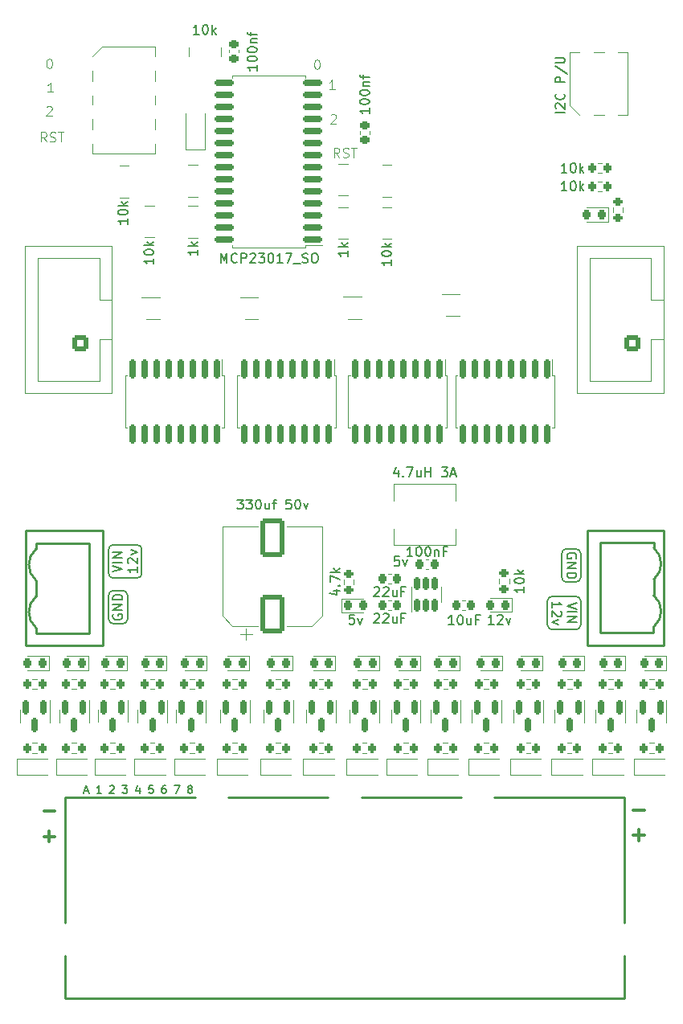
<source format=gbr>
%TF.GenerationSoftware,KiCad,Pcbnew,(6.0.9)*%
%TF.CreationDate,2023-11-09T13:28:12+05:30*%
%TF.ProjectId,Modular-I2C-4PxRJ45-Relay-Driver,4d6f6475-6c61-4722-9d49-32432d345078,2*%
%TF.SameCoordinates,Original*%
%TF.FileFunction,Legend,Top*%
%TF.FilePolarity,Positive*%
%FSLAX46Y46*%
G04 Gerber Fmt 4.6, Leading zero omitted, Abs format (unit mm)*
G04 Created by KiCad (PCBNEW (6.0.9)) date 2023-11-09 13:28:12*
%MOMM*%
%LPD*%
G01*
G04 APERTURE LIST*
G04 Aperture macros list*
%AMRoundRect*
0 Rectangle with rounded corners*
0 $1 Rounding radius*
0 $2 $3 $4 $5 $6 $7 $8 $9 X,Y pos of 4 corners*
0 Add a 4 corners polygon primitive as box body*
4,1,4,$2,$3,$4,$5,$6,$7,$8,$9,$2,$3,0*
0 Add four circle primitives for the rounded corners*
1,1,$1+$1,$2,$3*
1,1,$1+$1,$4,$5*
1,1,$1+$1,$6,$7*
1,1,$1+$1,$8,$9*
0 Add four rect primitives between the rounded corners*
20,1,$1+$1,$2,$3,$4,$5,0*
20,1,$1+$1,$4,$5,$6,$7,0*
20,1,$1+$1,$6,$7,$8,$9,0*
20,1,$1+$1,$8,$9,$2,$3,0*%
G04 Aperture macros list end*
%ADD10C,0.150000*%
%ADD11C,0.200000*%
%ADD12C,0.125000*%
%ADD13C,0.300000*%
%ADD14C,0.120000*%
%ADD15C,0.254000*%
%ADD16C,0.100000*%
%ADD17RoundRect,0.250000X0.600000X0.600000X-0.600000X0.600000X-0.600000X-0.600000X0.600000X-0.600000X0*%
%ADD18C,1.700000*%
%ADD19RoundRect,0.218750X0.218750X0.256250X-0.218750X0.256250X-0.218750X-0.256250X0.218750X-0.256250X0*%
%ADD20RoundRect,0.200000X-0.200000X-0.275000X0.200000X-0.275000X0.200000X0.275000X-0.200000X0.275000X0*%
%ADD21R,2.000000X1.100000*%
%ADD22R,0.800000X0.800000*%
%ADD23RoundRect,0.150000X-0.150000X0.837500X-0.150000X-0.837500X0.150000X-0.837500X0.150000X0.837500X0*%
%ADD24R,0.650000X0.400000*%
%ADD25RoundRect,0.150000X-0.150000X0.587500X-0.150000X-0.587500X0.150000X-0.587500X0.150000X0.587500X0*%
%ADD26C,3.000000*%
%ADD27R,0.800000X0.500000*%
%ADD28R,0.800000X0.400000*%
%ADD29RoundRect,0.200000X-0.275000X0.200000X-0.275000X-0.200000X0.275000X-0.200000X0.275000X0.200000X0*%
%ADD30RoundRect,0.218750X-0.218750X-0.256250X0.218750X-0.256250X0.218750X0.256250X-0.218750X0.256250X0*%
%ADD31RoundRect,0.225000X0.250000X-0.225000X0.250000X0.225000X-0.250000X0.225000X-0.250000X-0.225000X0*%
%ADD32R,0.500000X0.800000*%
%ADD33R,0.400000X0.800000*%
%ADD34RoundRect,0.225000X0.225000X0.250000X-0.225000X0.250000X-0.225000X-0.250000X0.225000X-0.250000X0*%
%ADD35RoundRect,0.200000X0.200000X0.275000X-0.200000X0.275000X-0.200000X-0.275000X0.200000X-0.275000X0*%
%ADD36RoundRect,0.150000X0.150000X-0.512500X0.150000X0.512500X-0.150000X0.512500X-0.150000X-0.512500X0*%
%ADD37RoundRect,0.225000X-0.225000X-0.250000X0.225000X-0.250000X0.225000X0.250000X-0.225000X0.250000X0*%
%ADD38R,1.500000X2.400000*%
%ADD39RoundRect,0.250000X1.000000X-1.750000X1.000000X1.750000X-1.000000X1.750000X-1.000000X-1.750000X0*%
%ADD40RoundRect,0.150000X0.875000X0.150000X-0.875000X0.150000X-0.875000X-0.150000X0.875000X-0.150000X0*%
%ADD41R,1.200000X3.300000*%
%ADD42R,3.300000X1.200000*%
%ADD43RoundRect,0.200000X0.275000X-0.200000X0.275000X0.200000X-0.275000X0.200000X-0.275000X-0.200000X0*%
%ADD44R,1.100000X1.100000*%
%ADD45C,3.250000*%
%ADD46C,1.500000*%
%ADD47C,2.600000*%
%ADD48RoundRect,0.225000X-0.250000X0.225000X-0.250000X-0.225000X0.250000X-0.225000X0.250000X0.225000X0*%
G04 APERTURE END LIST*
D10*
X106244900Y-64379400D02*
G75*
G03*
X106744900Y-63879400I0J500000D01*
G01*
X150992047Y-64489153D02*
G75*
G03*
X151492047Y-64989153I499953J-47D01*
G01*
X108244900Y-56564400D02*
G75*
G03*
X107744900Y-56064400I-500000J0D01*
G01*
X154492047Y-61989153D02*
X154492047Y-64489153D01*
X153992047Y-59989153D02*
X152992047Y-59989153D01*
X107744900Y-59564400D02*
X105244900Y-59564400D01*
X105244900Y-60879400D02*
G75*
G03*
X104744900Y-61379400I0J-500000D01*
G01*
X105244900Y-56064400D02*
X107744900Y-56064400D01*
X106744900Y-61379400D02*
G75*
G03*
X106244900Y-60879400I-500000J0D01*
G01*
X154492047Y-61989153D02*
G75*
G03*
X153992047Y-61489153I-500047J-47D01*
G01*
X153992047Y-59989247D02*
G75*
G03*
X154492047Y-59489153I-47J500047D01*
G01*
X151492047Y-61489247D02*
G75*
G03*
X150992047Y-61989153I-47J-499953D01*
G01*
X152492047Y-59489153D02*
G75*
G03*
X152992047Y-59989153I499953J-47D01*
G01*
X150992047Y-64489153D02*
X150992047Y-61989153D01*
X106744900Y-61379400D02*
X106744900Y-63879400D01*
X152492047Y-59489153D02*
X152492047Y-56989153D01*
X104744900Y-59064400D02*
X104744900Y-56564400D01*
X105244900Y-60879400D02*
X106244900Y-60879400D01*
X153992047Y-64989247D02*
G75*
G03*
X154492047Y-64489153I-47J500047D01*
G01*
X107744900Y-59564400D02*
G75*
G03*
X108244900Y-59064400I0J500000D01*
G01*
X104744900Y-63879400D02*
G75*
G03*
X105244900Y-64379400I500000J0D01*
G01*
X152992047Y-56489247D02*
G75*
G03*
X152492047Y-56989153I-47J-499953D01*
G01*
X153992047Y-56489153D02*
X152992047Y-56489153D01*
X153992047Y-64989153D02*
X151492047Y-64989153D01*
X151492047Y-61489153D02*
X153992047Y-61489153D01*
X154492047Y-59489153D02*
X154492047Y-56989153D01*
X104744900Y-61379400D02*
X104744900Y-63879400D01*
X105244900Y-64379400D02*
X106244900Y-64379400D01*
X104744900Y-59064400D02*
G75*
G03*
X105244900Y-59564400I500000J0D01*
G01*
X108244900Y-56564400D02*
X108244900Y-59064400D01*
X154492047Y-56989153D02*
G75*
G03*
X153992047Y-56489153I-500047J-47D01*
G01*
X105244900Y-56064400D02*
G75*
G03*
X104744900Y-56564400I0J-500000D01*
G01*
D11*
X102212809Y-81987333D02*
X102593761Y-81987333D01*
X102136619Y-82215904D02*
X102403285Y-81415904D01*
X102669952Y-82215904D01*
X103965190Y-82215904D02*
X103508047Y-82215904D01*
X103736619Y-82215904D02*
X103736619Y-81415904D01*
X103660428Y-81530190D01*
X103584238Y-81606380D01*
X103508047Y-81644476D01*
X104879476Y-81492095D02*
X104917571Y-81454000D01*
X104993761Y-81415904D01*
X105184238Y-81415904D01*
X105260428Y-81454000D01*
X105298523Y-81492095D01*
X105336619Y-81568285D01*
X105336619Y-81644476D01*
X105298523Y-81758761D01*
X104841380Y-82215904D01*
X105336619Y-82215904D01*
X106212809Y-81415904D02*
X106708047Y-81415904D01*
X106441380Y-81720666D01*
X106555666Y-81720666D01*
X106631857Y-81758761D01*
X106669952Y-81796857D01*
X106708047Y-81873047D01*
X106708047Y-82063523D01*
X106669952Y-82139714D01*
X106631857Y-82177809D01*
X106555666Y-82215904D01*
X106327095Y-82215904D01*
X106250904Y-82177809D01*
X106212809Y-82139714D01*
X108003285Y-81682571D02*
X108003285Y-82215904D01*
X107812809Y-81377809D02*
X107622333Y-81949238D01*
X108117571Y-81949238D01*
X109412809Y-81415904D02*
X109031857Y-81415904D01*
X108993761Y-81796857D01*
X109031857Y-81758761D01*
X109108047Y-81720666D01*
X109298523Y-81720666D01*
X109374714Y-81758761D01*
X109412809Y-81796857D01*
X109450904Y-81873047D01*
X109450904Y-82063523D01*
X109412809Y-82139714D01*
X109374714Y-82177809D01*
X109298523Y-82215904D01*
X109108047Y-82215904D01*
X109031857Y-82177809D01*
X108993761Y-82139714D01*
X110746142Y-81415904D02*
X110593761Y-81415904D01*
X110517571Y-81454000D01*
X110479476Y-81492095D01*
X110403285Y-81606380D01*
X110365190Y-81758761D01*
X110365190Y-82063523D01*
X110403285Y-82139714D01*
X110441380Y-82177809D01*
X110517571Y-82215904D01*
X110669952Y-82215904D01*
X110746142Y-82177809D01*
X110784238Y-82139714D01*
X110822333Y-82063523D01*
X110822333Y-81873047D01*
X110784238Y-81796857D01*
X110746142Y-81758761D01*
X110669952Y-81720666D01*
X110517571Y-81720666D01*
X110441380Y-81758761D01*
X110403285Y-81796857D01*
X110365190Y-81873047D01*
X111698523Y-81415904D02*
X112231857Y-81415904D01*
X111889000Y-82215904D01*
X113260428Y-81758761D02*
X113184238Y-81720666D01*
X113146142Y-81682571D01*
X113108047Y-81606380D01*
X113108047Y-81568285D01*
X113146142Y-81492095D01*
X113184238Y-81454000D01*
X113260428Y-81415904D01*
X113412809Y-81415904D01*
X113489000Y-81454000D01*
X113527095Y-81492095D01*
X113565190Y-81568285D01*
X113565190Y-81606380D01*
X113527095Y-81682571D01*
X113489000Y-81720666D01*
X113412809Y-81758761D01*
X113260428Y-81758761D01*
X113184238Y-81796857D01*
X113146142Y-81834952D01*
X113108047Y-81911142D01*
X113108047Y-82063523D01*
X113146142Y-82139714D01*
X113184238Y-82177809D01*
X113260428Y-82215904D01*
X113412809Y-82215904D01*
X113489000Y-82177809D01*
X113527095Y-82139714D01*
X113565190Y-82063523D01*
X113565190Y-81911142D01*
X113527095Y-81834952D01*
X113489000Y-81796857D01*
X113412809Y-81758761D01*
D12*
X98197380Y-13599380D02*
X97864047Y-13123190D01*
X97625952Y-13599380D02*
X97625952Y-12599380D01*
X98006904Y-12599380D01*
X98102142Y-12647000D01*
X98149761Y-12694619D01*
X98197380Y-12789857D01*
X98197380Y-12932714D01*
X98149761Y-13027952D01*
X98102142Y-13075571D01*
X98006904Y-13123190D01*
X97625952Y-13123190D01*
X98578333Y-13551761D02*
X98721190Y-13599380D01*
X98959285Y-13599380D01*
X99054523Y-13551761D01*
X99102142Y-13504142D01*
X99149761Y-13408904D01*
X99149761Y-13313666D01*
X99102142Y-13218428D01*
X99054523Y-13170809D01*
X98959285Y-13123190D01*
X98768809Y-13075571D01*
X98673571Y-13027952D01*
X98625952Y-12980333D01*
X98578333Y-12885095D01*
X98578333Y-12789857D01*
X98625952Y-12694619D01*
X98673571Y-12647000D01*
X98768809Y-12599380D01*
X99006904Y-12599380D01*
X99149761Y-12647000D01*
X99435476Y-12599380D02*
X100006904Y-12599380D01*
X99721190Y-13599380D02*
X99721190Y-12599380D01*
X128151885Y-10789619D02*
X128199504Y-10742000D01*
X128294742Y-10694380D01*
X128532838Y-10694380D01*
X128628076Y-10742000D01*
X128675695Y-10789619D01*
X128723314Y-10884857D01*
X128723314Y-10980095D01*
X128675695Y-11122952D01*
X128104266Y-11694380D01*
X128723314Y-11694380D01*
X98903714Y-8355180D02*
X98332285Y-8355180D01*
X98618000Y-8355180D02*
X98618000Y-7355180D01*
X98522761Y-7498038D01*
X98427523Y-7593276D01*
X98332285Y-7640895D01*
D13*
X160022571Y-83993142D02*
X161165428Y-83993142D01*
D10*
X153992047Y-57477248D02*
X154039666Y-57382010D01*
X154039666Y-57239153D01*
X153992047Y-57096295D01*
X153896808Y-57001057D01*
X153801570Y-56953438D01*
X153611094Y-56905819D01*
X153468237Y-56905819D01*
X153277761Y-56953438D01*
X153182523Y-57001057D01*
X153087285Y-57096295D01*
X153039666Y-57239153D01*
X153039666Y-57334391D01*
X153087285Y-57477248D01*
X153134904Y-57524867D01*
X153468237Y-57524867D01*
X153468237Y-57334391D01*
X153039666Y-57953438D02*
X154039666Y-57953438D01*
X153039666Y-58524867D01*
X154039666Y-58524867D01*
X153039666Y-59001057D02*
X154039666Y-59001057D01*
X154039666Y-59239153D01*
X153992047Y-59382010D01*
X153896808Y-59477248D01*
X153801570Y-59524867D01*
X153611094Y-59572486D01*
X153468237Y-59572486D01*
X153277761Y-59524867D01*
X153182523Y-59477248D01*
X153087285Y-59382010D01*
X153039666Y-59239153D01*
X153039666Y-59001057D01*
X106741180Y-21692438D02*
X106741180Y-22263866D01*
X106741180Y-21978152D02*
X105741180Y-21978152D01*
X105884038Y-22073390D01*
X105979276Y-22168628D01*
X106026895Y-22263866D01*
X105741180Y-21073390D02*
X105741180Y-20978152D01*
X105788800Y-20882914D01*
X105836419Y-20835295D01*
X105931657Y-20787676D01*
X106122133Y-20740057D01*
X106360228Y-20740057D01*
X106550704Y-20787676D01*
X106645942Y-20835295D01*
X106693561Y-20882914D01*
X106741180Y-20978152D01*
X106741180Y-21073390D01*
X106693561Y-21168628D01*
X106645942Y-21216247D01*
X106550704Y-21263866D01*
X106360228Y-21311485D01*
X106122133Y-21311485D01*
X105931657Y-21263866D01*
X105836419Y-21216247D01*
X105788800Y-21168628D01*
X105741180Y-21073390D01*
X106741180Y-20311485D02*
X105741180Y-20311485D01*
X106360228Y-20216247D02*
X106741180Y-19930533D01*
X106074514Y-19930533D02*
X106455466Y-20311485D01*
X152816780Y-10539961D02*
X151816780Y-10539961D01*
X151912019Y-10111390D02*
X151864400Y-10063771D01*
X151816780Y-9968533D01*
X151816780Y-9730438D01*
X151864400Y-9635200D01*
X151912019Y-9587580D01*
X152007257Y-9539961D01*
X152102495Y-9539961D01*
X152245352Y-9587580D01*
X152816780Y-10159009D01*
X152816780Y-9539961D01*
X152721542Y-8539961D02*
X152769161Y-8587580D01*
X152816780Y-8730438D01*
X152816780Y-8825676D01*
X152769161Y-8968533D01*
X152673923Y-9063771D01*
X152578685Y-9111390D01*
X152388209Y-9159009D01*
X152245352Y-9159009D01*
X152054876Y-9111390D01*
X151959638Y-9063771D01*
X151864400Y-8968533D01*
X151816780Y-8825676D01*
X151816780Y-8730438D01*
X151864400Y-8587580D01*
X151912019Y-8539961D01*
X152816780Y-7349485D02*
X151816780Y-7349485D01*
X151816780Y-6968533D01*
X151864400Y-6873295D01*
X151912019Y-6825676D01*
X152007257Y-6778057D01*
X152150114Y-6778057D01*
X152245352Y-6825676D01*
X152292971Y-6873295D01*
X152340590Y-6968533D01*
X152340590Y-7349485D01*
X151769161Y-5635200D02*
X153054876Y-6492342D01*
X151816780Y-5301866D02*
X152626304Y-5301866D01*
X152721542Y-5254247D01*
X152769161Y-5206628D01*
X152816780Y-5111390D01*
X152816780Y-4920914D01*
X152769161Y-4825676D01*
X152721542Y-4778057D01*
X152626304Y-4730438D01*
X151816780Y-4730438D01*
X154094666Y-62143914D02*
X153094666Y-62477248D01*
X154094666Y-62810581D01*
X153094666Y-63143914D02*
X154094666Y-63143914D01*
X153094666Y-63620105D02*
X154094666Y-63620105D01*
X153094666Y-64191533D01*
X154094666Y-64191533D01*
X151484666Y-62667724D02*
X151484666Y-62096295D01*
X151484666Y-62382010D02*
X152484666Y-62382010D01*
X152341808Y-62286772D01*
X152246570Y-62191533D01*
X152198951Y-62096295D01*
X152389427Y-63048676D02*
X152437047Y-63096295D01*
X152484666Y-63191533D01*
X152484666Y-63429629D01*
X152437047Y-63524867D01*
X152389427Y-63572486D01*
X152294189Y-63620105D01*
X152198951Y-63620105D01*
X152056094Y-63572486D01*
X151484666Y-63001057D01*
X151484666Y-63620105D01*
X152151332Y-63953438D02*
X151484666Y-64191533D01*
X152151332Y-64429629D01*
D13*
X160022571Y-86660142D02*
X161165428Y-86660142D01*
X160594000Y-87231571D02*
X160594000Y-86088714D01*
D10*
X105142280Y-58909638D02*
X106142280Y-58576304D01*
X105142280Y-58242971D01*
X106142280Y-57909638D02*
X105142280Y-57909638D01*
X106142280Y-57433447D02*
X105142280Y-57433447D01*
X106142280Y-56862019D01*
X105142280Y-56862019D01*
X107752280Y-58385828D02*
X107752280Y-58957257D01*
X107752280Y-58671542D02*
X106752280Y-58671542D01*
X106895138Y-58766780D01*
X106990376Y-58862019D01*
X107037995Y-58957257D01*
X106847519Y-58004876D02*
X106799900Y-57957257D01*
X106752280Y-57862019D01*
X106752280Y-57623923D01*
X106799900Y-57528685D01*
X106847519Y-57481066D01*
X106942757Y-57433447D01*
X107037995Y-57433447D01*
X107180852Y-57481066D01*
X107752280Y-58052495D01*
X107752280Y-57433447D01*
X107085614Y-57100114D02*
X107752280Y-56862019D01*
X107085614Y-56623923D01*
D12*
X126660730Y-4955180D02*
X126755969Y-4955180D01*
X126851207Y-5002800D01*
X126898826Y-5050419D01*
X126946445Y-5145657D01*
X126994064Y-5336133D01*
X126994064Y-5574228D01*
X126946445Y-5764704D01*
X126898826Y-5859942D01*
X126851207Y-5907561D01*
X126755969Y-5955180D01*
X126660730Y-5955180D01*
X126565492Y-5907561D01*
X126517873Y-5859942D01*
X126470254Y-5764704D01*
X126422635Y-5574228D01*
X126422635Y-5336133D01*
X126470254Y-5145657D01*
X126517873Y-5050419D01*
X126565492Y-5002800D01*
X126660730Y-4955180D01*
X98205285Y-9950419D02*
X98252904Y-9902800D01*
X98348142Y-9855180D01*
X98586238Y-9855180D01*
X98681476Y-9902800D01*
X98729095Y-9950419D01*
X98776714Y-10045657D01*
X98776714Y-10140895D01*
X98729095Y-10283752D01*
X98157666Y-10855180D01*
X98776714Y-10855180D01*
X128570914Y-8087580D02*
X127999485Y-8087580D01*
X128285200Y-8087580D02*
X128285200Y-7087580D01*
X128189961Y-7230438D01*
X128094723Y-7325676D01*
X127999485Y-7373295D01*
D10*
X105244900Y-63391304D02*
X105197280Y-63486542D01*
X105197280Y-63629400D01*
X105244900Y-63772257D01*
X105340138Y-63867495D01*
X105435376Y-63915114D01*
X105625852Y-63962733D01*
X105768709Y-63962733D01*
X105959185Y-63915114D01*
X106054423Y-63867495D01*
X106149661Y-63772257D01*
X106197280Y-63629400D01*
X106197280Y-63534161D01*
X106149661Y-63391304D01*
X106102042Y-63343685D01*
X105768709Y-63343685D01*
X105768709Y-63534161D01*
X106197280Y-62915114D02*
X105197280Y-62915114D01*
X106197280Y-62343685D01*
X105197280Y-62343685D01*
X106197280Y-61867495D02*
X105197280Y-61867495D01*
X105197280Y-61629400D01*
X105244900Y-61486542D01*
X105340138Y-61391304D01*
X105435376Y-61343685D01*
X105625852Y-61296066D01*
X105768709Y-61296066D01*
X105959185Y-61343685D01*
X106054423Y-61391304D01*
X106149661Y-61486542D01*
X106197280Y-61629400D01*
X106197280Y-61867495D01*
D12*
X129058380Y-15250380D02*
X128725047Y-14774190D01*
X128486952Y-15250380D02*
X128486952Y-14250380D01*
X128867904Y-14250380D01*
X128963142Y-14298000D01*
X129010761Y-14345619D01*
X129058380Y-14440857D01*
X129058380Y-14583714D01*
X129010761Y-14678952D01*
X128963142Y-14726571D01*
X128867904Y-14774190D01*
X128486952Y-14774190D01*
X129439333Y-15202761D02*
X129582190Y-15250380D01*
X129820285Y-15250380D01*
X129915523Y-15202761D01*
X129963142Y-15155142D01*
X130010761Y-15059904D01*
X130010761Y-14964666D01*
X129963142Y-14869428D01*
X129915523Y-14821809D01*
X129820285Y-14774190D01*
X129629809Y-14726571D01*
X129534571Y-14678952D01*
X129486952Y-14631333D01*
X129439333Y-14536095D01*
X129439333Y-14440857D01*
X129486952Y-14345619D01*
X129534571Y-14298000D01*
X129629809Y-14250380D01*
X129867904Y-14250380D01*
X130010761Y-14298000D01*
X130296476Y-14250380D02*
X130867904Y-14250380D01*
X130582190Y-15250380D02*
X130582190Y-14250380D01*
D13*
X97919571Y-86787142D02*
X99062428Y-86787142D01*
X98491000Y-87358571D02*
X98491000Y-86215714D01*
X97919571Y-84120142D02*
X99062428Y-84120142D01*
D12*
X98443380Y-4855180D02*
X98538619Y-4855180D01*
X98633857Y-4902800D01*
X98681476Y-4950419D01*
X98729095Y-5045657D01*
X98776714Y-5236133D01*
X98776714Y-5474228D01*
X98729095Y-5664704D01*
X98681476Y-5759942D01*
X98633857Y-5807561D01*
X98538619Y-5855180D01*
X98443380Y-5855180D01*
X98348142Y-5807561D01*
X98300523Y-5759942D01*
X98252904Y-5664704D01*
X98205285Y-5474228D01*
X98205285Y-5236133D01*
X98252904Y-5045657D01*
X98300523Y-4950419D01*
X98348142Y-4902800D01*
X98443380Y-4855180D01*
D10*
%TO.C,D3*%
X145341371Y-64424780D02*
X144769942Y-64424780D01*
X145055657Y-64424780D02*
X145055657Y-63424780D01*
X144960419Y-63567638D01*
X144865180Y-63662876D01*
X144769942Y-63710495D01*
X145722323Y-63520019D02*
X145769942Y-63472400D01*
X145865180Y-63424780D01*
X146103276Y-63424780D01*
X146198514Y-63472400D01*
X146246133Y-63520019D01*
X146293752Y-63615257D01*
X146293752Y-63710495D01*
X146246133Y-63853352D01*
X145674704Y-64424780D01*
X146293752Y-64424780D01*
X146627085Y-63758114D02*
X146865180Y-64424780D01*
X147103276Y-63758114D01*
%TO.C,RN9*%
X109484380Y-25908838D02*
X109484380Y-26480266D01*
X109484380Y-26194552D02*
X108484380Y-26194552D01*
X108627238Y-26289790D01*
X108722476Y-26385028D01*
X108770095Y-26480266D01*
X108484380Y-25289790D02*
X108484380Y-25194552D01*
X108532000Y-25099314D01*
X108579619Y-25051695D01*
X108674857Y-25004076D01*
X108865333Y-24956457D01*
X109103428Y-24956457D01*
X109293904Y-25004076D01*
X109389142Y-25051695D01*
X109436761Y-25099314D01*
X109484380Y-25194552D01*
X109484380Y-25289790D01*
X109436761Y-25385028D01*
X109389142Y-25432647D01*
X109293904Y-25480266D01*
X109103428Y-25527885D01*
X108865333Y-25527885D01*
X108674857Y-25480266D01*
X108579619Y-25432647D01*
X108532000Y-25385028D01*
X108484380Y-25289790D01*
X109484380Y-24527885D02*
X108484380Y-24527885D01*
X109103428Y-24432647D02*
X109484380Y-24146933D01*
X108817714Y-24146933D02*
X109198666Y-24527885D01*
%TO.C,R5*%
X148522180Y-60503638D02*
X148522180Y-61075066D01*
X148522180Y-60789352D02*
X147522180Y-60789352D01*
X147665038Y-60884590D01*
X147760276Y-60979828D01*
X147807895Y-61075066D01*
X147522180Y-59884590D02*
X147522180Y-59789352D01*
X147569800Y-59694114D01*
X147617419Y-59646495D01*
X147712657Y-59598876D01*
X147903133Y-59551257D01*
X148141228Y-59551257D01*
X148331704Y-59598876D01*
X148426942Y-59646495D01*
X148474561Y-59694114D01*
X148522180Y-59789352D01*
X148522180Y-59884590D01*
X148474561Y-59979828D01*
X148426942Y-60027447D01*
X148331704Y-60075066D01*
X148141228Y-60122685D01*
X147903133Y-60122685D01*
X147712657Y-60075066D01*
X147617419Y-60027447D01*
X147569800Y-59979828D01*
X147522180Y-59884590D01*
X148522180Y-59122685D02*
X147522180Y-59122685D01*
X148141228Y-59027447D02*
X148522180Y-58741733D01*
X147855514Y-58741733D02*
X148236466Y-59122685D01*
%TO.C,D2*%
X130631542Y-63424780D02*
X130155352Y-63424780D01*
X130107733Y-63900971D01*
X130155352Y-63853352D01*
X130250590Y-63805733D01*
X130488685Y-63805733D01*
X130583923Y-63853352D01*
X130631542Y-63900971D01*
X130679161Y-63996209D01*
X130679161Y-64234304D01*
X130631542Y-64329542D01*
X130583923Y-64377161D01*
X130488685Y-64424780D01*
X130250590Y-64424780D01*
X130155352Y-64377161D01*
X130107733Y-64329542D01*
X131012495Y-63758114D02*
X131250590Y-64424780D01*
X131488685Y-63758114D01*
%TO.C,C1*%
X120374380Y-5527561D02*
X120374380Y-6098990D01*
X120374380Y-5813276D02*
X119374380Y-5813276D01*
X119517238Y-5908514D01*
X119612476Y-6003752D01*
X119660095Y-6098990D01*
X119374380Y-4908514D02*
X119374380Y-4813276D01*
X119422000Y-4718038D01*
X119469619Y-4670419D01*
X119564857Y-4622800D01*
X119755333Y-4575180D01*
X119993428Y-4575180D01*
X120183904Y-4622800D01*
X120279142Y-4670419D01*
X120326761Y-4718038D01*
X120374380Y-4813276D01*
X120374380Y-4908514D01*
X120326761Y-5003752D01*
X120279142Y-5051371D01*
X120183904Y-5098990D01*
X119993428Y-5146609D01*
X119755333Y-5146609D01*
X119564857Y-5098990D01*
X119469619Y-5051371D01*
X119422000Y-5003752D01*
X119374380Y-4908514D01*
X119374380Y-3956133D02*
X119374380Y-3860895D01*
X119422000Y-3765657D01*
X119469619Y-3718038D01*
X119564857Y-3670419D01*
X119755333Y-3622800D01*
X119993428Y-3622800D01*
X120183904Y-3670419D01*
X120279142Y-3718038D01*
X120326761Y-3765657D01*
X120374380Y-3860895D01*
X120374380Y-3956133D01*
X120326761Y-4051371D01*
X120279142Y-4098990D01*
X120183904Y-4146609D01*
X119993428Y-4194228D01*
X119755333Y-4194228D01*
X119564857Y-4146609D01*
X119469619Y-4098990D01*
X119422000Y-4051371D01*
X119374380Y-3956133D01*
X119707714Y-3194228D02*
X120374380Y-3194228D01*
X119802952Y-3194228D02*
X119755333Y-3146609D01*
X119707714Y-3051371D01*
X119707714Y-2908514D01*
X119755333Y-2813276D01*
X119850571Y-2765657D01*
X120374380Y-2765657D01*
X119707714Y-2432323D02*
X119707714Y-2051371D01*
X120374380Y-2289466D02*
X119517238Y-2289466D01*
X119422000Y-2241847D01*
X119374380Y-2146609D01*
X119374380Y-2051371D01*
%TO.C,RN1*%
X114278761Y-2282380D02*
X113707333Y-2282380D01*
X113993047Y-2282380D02*
X113993047Y-1282380D01*
X113897809Y-1425238D01*
X113802571Y-1520476D01*
X113707333Y-1568095D01*
X114897809Y-1282380D02*
X114993047Y-1282380D01*
X115088285Y-1330000D01*
X115135904Y-1377619D01*
X115183523Y-1472857D01*
X115231142Y-1663333D01*
X115231142Y-1901428D01*
X115183523Y-2091904D01*
X115135904Y-2187142D01*
X115088285Y-2234761D01*
X114993047Y-2282380D01*
X114897809Y-2282380D01*
X114802571Y-2234761D01*
X114754952Y-2187142D01*
X114707333Y-2091904D01*
X114659714Y-1901428D01*
X114659714Y-1663333D01*
X114707333Y-1472857D01*
X114754952Y-1377619D01*
X114802571Y-1330000D01*
X114897809Y-1282380D01*
X115659714Y-2282380D02*
X115659714Y-1282380D01*
X115754952Y-1901428D02*
X116040666Y-2282380D01*
X116040666Y-1615714D02*
X115659714Y-1996666D01*
%TO.C,C9*%
X141132971Y-64475580D02*
X140561542Y-64475580D01*
X140847257Y-64475580D02*
X140847257Y-63475580D01*
X140752019Y-63618438D01*
X140656780Y-63713676D01*
X140561542Y-63761295D01*
X141752019Y-63475580D02*
X141847257Y-63475580D01*
X141942495Y-63523200D01*
X141990114Y-63570819D01*
X142037733Y-63666057D01*
X142085352Y-63856533D01*
X142085352Y-64094628D01*
X142037733Y-64285104D01*
X141990114Y-64380342D01*
X141942495Y-64427961D01*
X141847257Y-64475580D01*
X141752019Y-64475580D01*
X141656780Y-64427961D01*
X141609161Y-64380342D01*
X141561542Y-64285104D01*
X141513923Y-64094628D01*
X141513923Y-63856533D01*
X141561542Y-63666057D01*
X141609161Y-63570819D01*
X141656780Y-63523200D01*
X141752019Y-63475580D01*
X142942495Y-63808914D02*
X142942495Y-64475580D01*
X142513923Y-63808914D02*
X142513923Y-64332723D01*
X142561542Y-64427961D01*
X142656780Y-64475580D01*
X142799638Y-64475580D01*
X142894876Y-64427961D01*
X142942495Y-64380342D01*
X143752019Y-63951771D02*
X143418685Y-63951771D01*
X143418685Y-64475580D02*
X143418685Y-63475580D01*
X143894876Y-63475580D01*
%TO.C,R4*%
X153028111Y-16848680D02*
X152456683Y-16848680D01*
X152742397Y-16848680D02*
X152742397Y-15848680D01*
X152647159Y-15991538D01*
X152551921Y-16086776D01*
X152456683Y-16134395D01*
X153647159Y-15848680D02*
X153742397Y-15848680D01*
X153837635Y-15896300D01*
X153885254Y-15943919D01*
X153932873Y-16039157D01*
X153980492Y-16229633D01*
X153980492Y-16467728D01*
X153932873Y-16658204D01*
X153885254Y-16753442D01*
X153837635Y-16801061D01*
X153742397Y-16848680D01*
X153647159Y-16848680D01*
X153551921Y-16801061D01*
X153504302Y-16753442D01*
X153456683Y-16658204D01*
X153409064Y-16467728D01*
X153409064Y-16229633D01*
X153456683Y-16039157D01*
X153504302Y-15943919D01*
X153551921Y-15896300D01*
X153647159Y-15848680D01*
X154409064Y-16848680D02*
X154409064Y-15848680D01*
X154504302Y-16467728D02*
X154790016Y-16848680D01*
X154790016Y-16182014D02*
X154409064Y-16562966D01*
%TO.C,U2*%
X135368342Y-57290380D02*
X134892152Y-57290380D01*
X134844533Y-57766571D01*
X134892152Y-57718952D01*
X134987390Y-57671333D01*
X135225485Y-57671333D01*
X135320723Y-57718952D01*
X135368342Y-57766571D01*
X135415961Y-57861809D01*
X135415961Y-58099904D01*
X135368342Y-58195142D01*
X135320723Y-58242761D01*
X135225485Y-58290380D01*
X134987390Y-58290380D01*
X134892152Y-58242761D01*
X134844533Y-58195142D01*
X135749295Y-57623714D02*
X135987390Y-58290380D01*
X136225485Y-57623714D01*
%TO.C,C7*%
X132738342Y-60593619D02*
X132785961Y-60546000D01*
X132881200Y-60498380D01*
X133119295Y-60498380D01*
X133214533Y-60546000D01*
X133262152Y-60593619D01*
X133309771Y-60688857D01*
X133309771Y-60784095D01*
X133262152Y-60926952D01*
X132690723Y-61498380D01*
X133309771Y-61498380D01*
X133690723Y-60593619D02*
X133738342Y-60546000D01*
X133833580Y-60498380D01*
X134071676Y-60498380D01*
X134166914Y-60546000D01*
X134214533Y-60593619D01*
X134262152Y-60688857D01*
X134262152Y-60784095D01*
X134214533Y-60926952D01*
X133643104Y-61498380D01*
X134262152Y-61498380D01*
X135119295Y-60831714D02*
X135119295Y-61498380D01*
X134690723Y-60831714D02*
X134690723Y-61355523D01*
X134738342Y-61450761D01*
X134833580Y-61498380D01*
X134976438Y-61498380D01*
X135071676Y-61450761D01*
X135119295Y-61403142D01*
X135928819Y-60974571D02*
X135595485Y-60974571D01*
X135595485Y-61498380D02*
X135595485Y-60498380D01*
X136071676Y-60498380D01*
%TO.C,C8*%
X132725342Y-63387619D02*
X132772961Y-63340000D01*
X132868200Y-63292380D01*
X133106295Y-63292380D01*
X133201533Y-63340000D01*
X133249152Y-63387619D01*
X133296771Y-63482857D01*
X133296771Y-63578095D01*
X133249152Y-63720952D01*
X132677723Y-64292380D01*
X133296771Y-64292380D01*
X133677723Y-63387619D02*
X133725342Y-63340000D01*
X133820580Y-63292380D01*
X134058676Y-63292380D01*
X134153914Y-63340000D01*
X134201533Y-63387619D01*
X134249152Y-63482857D01*
X134249152Y-63578095D01*
X134201533Y-63720952D01*
X133630104Y-64292380D01*
X134249152Y-64292380D01*
X135106295Y-63625714D02*
X135106295Y-64292380D01*
X134677723Y-63625714D02*
X134677723Y-64149523D01*
X134725342Y-64244761D01*
X134820580Y-64292380D01*
X134963438Y-64292380D01*
X135058676Y-64244761D01*
X135106295Y-64197142D01*
X135915819Y-63768571D02*
X135582485Y-63768571D01*
X135582485Y-64292380D02*
X135582485Y-63292380D01*
X136058676Y-63292380D01*
%TO.C,L1*%
X135265485Y-48220714D02*
X135265485Y-48887380D01*
X135027390Y-47839761D02*
X134789295Y-48554047D01*
X135408342Y-48554047D01*
X135789295Y-48792142D02*
X135836914Y-48839761D01*
X135789295Y-48887380D01*
X135741676Y-48839761D01*
X135789295Y-48792142D01*
X135789295Y-48887380D01*
X136170247Y-47887380D02*
X136836914Y-47887380D01*
X136408342Y-48887380D01*
X137646438Y-48220714D02*
X137646438Y-48887380D01*
X137217866Y-48220714D02*
X137217866Y-48744523D01*
X137265485Y-48839761D01*
X137360723Y-48887380D01*
X137503580Y-48887380D01*
X137598819Y-48839761D01*
X137646438Y-48792142D01*
X138122628Y-48887380D02*
X138122628Y-47887380D01*
X138122628Y-48363571D02*
X138694057Y-48363571D01*
X138694057Y-48887380D02*
X138694057Y-47887380D01*
X139836914Y-47887380D02*
X140455961Y-47887380D01*
X140122628Y-48268333D01*
X140265485Y-48268333D01*
X140360723Y-48315952D01*
X140408342Y-48363571D01*
X140455961Y-48458809D01*
X140455961Y-48696904D01*
X140408342Y-48792142D01*
X140360723Y-48839761D01*
X140265485Y-48887380D01*
X139979771Y-48887380D01*
X139884533Y-48839761D01*
X139836914Y-48792142D01*
X140836914Y-48601666D02*
X141313104Y-48601666D01*
X140741676Y-48887380D02*
X141075009Y-47887380D01*
X141408342Y-48887380D01*
%TO.C,C5*%
X118297904Y-51301980D02*
X118916952Y-51301980D01*
X118583619Y-51682933D01*
X118726476Y-51682933D01*
X118821714Y-51730552D01*
X118869333Y-51778171D01*
X118916952Y-51873409D01*
X118916952Y-52111504D01*
X118869333Y-52206742D01*
X118821714Y-52254361D01*
X118726476Y-52301980D01*
X118440761Y-52301980D01*
X118345523Y-52254361D01*
X118297904Y-52206742D01*
X119250285Y-51301980D02*
X119869333Y-51301980D01*
X119536000Y-51682933D01*
X119678857Y-51682933D01*
X119774095Y-51730552D01*
X119821714Y-51778171D01*
X119869333Y-51873409D01*
X119869333Y-52111504D01*
X119821714Y-52206742D01*
X119774095Y-52254361D01*
X119678857Y-52301980D01*
X119393142Y-52301980D01*
X119297904Y-52254361D01*
X119250285Y-52206742D01*
X120488380Y-51301980D02*
X120583619Y-51301980D01*
X120678857Y-51349600D01*
X120726476Y-51397219D01*
X120774095Y-51492457D01*
X120821714Y-51682933D01*
X120821714Y-51921028D01*
X120774095Y-52111504D01*
X120726476Y-52206742D01*
X120678857Y-52254361D01*
X120583619Y-52301980D01*
X120488380Y-52301980D01*
X120393142Y-52254361D01*
X120345523Y-52206742D01*
X120297904Y-52111504D01*
X120250285Y-51921028D01*
X120250285Y-51682933D01*
X120297904Y-51492457D01*
X120345523Y-51397219D01*
X120393142Y-51349600D01*
X120488380Y-51301980D01*
X121678857Y-51635314D02*
X121678857Y-52301980D01*
X121250285Y-51635314D02*
X121250285Y-52159123D01*
X121297904Y-52254361D01*
X121393142Y-52301980D01*
X121536000Y-52301980D01*
X121631238Y-52254361D01*
X121678857Y-52206742D01*
X122012190Y-51635314D02*
X122393142Y-51635314D01*
X122155047Y-52301980D02*
X122155047Y-51444838D01*
X122202666Y-51349600D01*
X122297904Y-51301980D01*
X122393142Y-51301980D01*
X123964571Y-51301980D02*
X123488380Y-51301980D01*
X123440761Y-51778171D01*
X123488380Y-51730552D01*
X123583619Y-51682933D01*
X123821714Y-51682933D01*
X123916952Y-51730552D01*
X123964571Y-51778171D01*
X124012190Y-51873409D01*
X124012190Y-52111504D01*
X123964571Y-52206742D01*
X123916952Y-52254361D01*
X123821714Y-52301980D01*
X123583619Y-52301980D01*
X123488380Y-52254361D01*
X123440761Y-52206742D01*
X124631238Y-51301980D02*
X124726476Y-51301980D01*
X124821714Y-51349600D01*
X124869333Y-51397219D01*
X124916952Y-51492457D01*
X124964571Y-51682933D01*
X124964571Y-51921028D01*
X124916952Y-52111504D01*
X124869333Y-52206742D01*
X124821714Y-52254361D01*
X124726476Y-52301980D01*
X124631238Y-52301980D01*
X124536000Y-52254361D01*
X124488380Y-52206742D01*
X124440761Y-52111504D01*
X124393142Y-51921028D01*
X124393142Y-51682933D01*
X124440761Y-51492457D01*
X124488380Y-51397219D01*
X124536000Y-51349600D01*
X124631238Y-51301980D01*
X125297904Y-51635314D02*
X125536000Y-52301980D01*
X125774095Y-51635314D01*
%TO.C,R3*%
X153028111Y-18753680D02*
X152456683Y-18753680D01*
X152742397Y-18753680D02*
X152742397Y-17753680D01*
X152647159Y-17896538D01*
X152551921Y-17991776D01*
X152456683Y-18039395D01*
X153647159Y-17753680D02*
X153742397Y-17753680D01*
X153837635Y-17801300D01*
X153885254Y-17848919D01*
X153932873Y-17944157D01*
X153980492Y-18134633D01*
X153980492Y-18372728D01*
X153932873Y-18563204D01*
X153885254Y-18658442D01*
X153837635Y-18706061D01*
X153742397Y-18753680D01*
X153647159Y-18753680D01*
X153551921Y-18706061D01*
X153504302Y-18658442D01*
X153456683Y-18563204D01*
X153409064Y-18372728D01*
X153409064Y-18134633D01*
X153456683Y-17944157D01*
X153504302Y-17848919D01*
X153551921Y-17801300D01*
X153647159Y-17753680D01*
X154409064Y-18753680D02*
X154409064Y-17753680D01*
X154504302Y-18372728D02*
X154790016Y-18753680D01*
X154790016Y-18087014D02*
X154409064Y-18467966D01*
%TO.C,U1*%
X116554761Y-26353380D02*
X116554761Y-25353380D01*
X116888095Y-26067666D01*
X117221428Y-25353380D01*
X117221428Y-26353380D01*
X118269047Y-26258142D02*
X118221428Y-26305761D01*
X118078571Y-26353380D01*
X117983333Y-26353380D01*
X117840476Y-26305761D01*
X117745238Y-26210523D01*
X117697619Y-26115285D01*
X117650000Y-25924809D01*
X117650000Y-25781952D01*
X117697619Y-25591476D01*
X117745238Y-25496238D01*
X117840476Y-25401000D01*
X117983333Y-25353380D01*
X118078571Y-25353380D01*
X118221428Y-25401000D01*
X118269047Y-25448619D01*
X118697619Y-26353380D02*
X118697619Y-25353380D01*
X119078571Y-25353380D01*
X119173809Y-25401000D01*
X119221428Y-25448619D01*
X119269047Y-25543857D01*
X119269047Y-25686714D01*
X119221428Y-25781952D01*
X119173809Y-25829571D01*
X119078571Y-25877190D01*
X118697619Y-25877190D01*
X119650000Y-25448619D02*
X119697619Y-25401000D01*
X119792857Y-25353380D01*
X120030952Y-25353380D01*
X120126190Y-25401000D01*
X120173809Y-25448619D01*
X120221428Y-25543857D01*
X120221428Y-25639095D01*
X120173809Y-25781952D01*
X119602380Y-26353380D01*
X120221428Y-26353380D01*
X120554761Y-25353380D02*
X121173809Y-25353380D01*
X120840476Y-25734333D01*
X120983333Y-25734333D01*
X121078571Y-25781952D01*
X121126190Y-25829571D01*
X121173809Y-25924809D01*
X121173809Y-26162904D01*
X121126190Y-26258142D01*
X121078571Y-26305761D01*
X120983333Y-26353380D01*
X120697619Y-26353380D01*
X120602380Y-26305761D01*
X120554761Y-26258142D01*
X121792857Y-25353380D02*
X121888095Y-25353380D01*
X121983333Y-25401000D01*
X122030952Y-25448619D01*
X122078571Y-25543857D01*
X122126190Y-25734333D01*
X122126190Y-25972428D01*
X122078571Y-26162904D01*
X122030952Y-26258142D01*
X121983333Y-26305761D01*
X121888095Y-26353380D01*
X121792857Y-26353380D01*
X121697619Y-26305761D01*
X121650000Y-26258142D01*
X121602380Y-26162904D01*
X121554761Y-25972428D01*
X121554761Y-25734333D01*
X121602380Y-25543857D01*
X121650000Y-25448619D01*
X121697619Y-25401000D01*
X121792857Y-25353380D01*
X123078571Y-26353380D02*
X122507142Y-26353380D01*
X122792857Y-26353380D02*
X122792857Y-25353380D01*
X122697619Y-25496238D01*
X122602380Y-25591476D01*
X122507142Y-25639095D01*
X123411904Y-25353380D02*
X124078571Y-25353380D01*
X123650000Y-26353380D01*
X124221428Y-26448619D02*
X124983333Y-26448619D01*
X125173809Y-26305761D02*
X125316666Y-26353380D01*
X125554761Y-26353380D01*
X125650000Y-26305761D01*
X125697619Y-26258142D01*
X125745238Y-26162904D01*
X125745238Y-26067666D01*
X125697619Y-25972428D01*
X125650000Y-25924809D01*
X125554761Y-25877190D01*
X125364285Y-25829571D01*
X125269047Y-25781952D01*
X125221428Y-25734333D01*
X125173809Y-25639095D01*
X125173809Y-25543857D01*
X125221428Y-25448619D01*
X125269047Y-25401000D01*
X125364285Y-25353380D01*
X125602380Y-25353380D01*
X125745238Y-25401000D01*
X126364285Y-25353380D02*
X126554761Y-25353380D01*
X126650000Y-25401000D01*
X126745238Y-25496238D01*
X126792857Y-25686714D01*
X126792857Y-26020047D01*
X126745238Y-26210523D01*
X126650000Y-26305761D01*
X126554761Y-26353380D01*
X126364285Y-26353380D01*
X126269047Y-26305761D01*
X126173809Y-26210523D01*
X126126190Y-26020047D01*
X126126190Y-25686714D01*
X126173809Y-25496238D01*
X126269047Y-25401000D01*
X126364285Y-25353380D01*
%TO.C,RN3*%
X134528780Y-26059238D02*
X134528780Y-26630666D01*
X134528780Y-26344952D02*
X133528780Y-26344952D01*
X133671638Y-26440190D01*
X133766876Y-26535428D01*
X133814495Y-26630666D01*
X133528780Y-25440190D02*
X133528780Y-25344952D01*
X133576400Y-25249714D01*
X133624019Y-25202095D01*
X133719257Y-25154476D01*
X133909733Y-25106857D01*
X134147828Y-25106857D01*
X134338304Y-25154476D01*
X134433542Y-25202095D01*
X134481161Y-25249714D01*
X134528780Y-25344952D01*
X134528780Y-25440190D01*
X134481161Y-25535428D01*
X134433542Y-25583047D01*
X134338304Y-25630666D01*
X134147828Y-25678285D01*
X133909733Y-25678285D01*
X133719257Y-25630666D01*
X133624019Y-25583047D01*
X133576400Y-25535428D01*
X133528780Y-25440190D01*
X134528780Y-24678285D02*
X133528780Y-24678285D01*
X134147828Y-24583047D02*
X134528780Y-24297333D01*
X133862114Y-24297333D02*
X134243066Y-24678285D01*
%TO.C,RN11*%
X129931380Y-25083035D02*
X129931380Y-25654464D01*
X129931380Y-25368749D02*
X128931380Y-25368749D01*
X129074238Y-25463988D01*
X129169476Y-25559226D01*
X129217095Y-25654464D01*
X129931380Y-24654464D02*
X128931380Y-24654464D01*
X129550428Y-24559226D02*
X129931380Y-24273511D01*
X129264714Y-24273511D02*
X129645666Y-24654464D01*
%TO.C,RN12*%
X114107180Y-24981447D02*
X114107180Y-25552876D01*
X114107180Y-25267161D02*
X113107180Y-25267161D01*
X113250038Y-25362400D01*
X113345276Y-25457638D01*
X113392895Y-25552876D01*
X114107180Y-24552876D02*
X113107180Y-24552876D01*
X113726228Y-24457638D02*
X114107180Y-24171923D01*
X113440514Y-24171923D02*
X113821466Y-24552876D01*
%TO.C,C6*%
X136770580Y-57261980D02*
X136199152Y-57261980D01*
X136484866Y-57261980D02*
X136484866Y-56261980D01*
X136389628Y-56404838D01*
X136294390Y-56500076D01*
X136199152Y-56547695D01*
X137389628Y-56261980D02*
X137484866Y-56261980D01*
X137580104Y-56309600D01*
X137627723Y-56357219D01*
X137675342Y-56452457D01*
X137722961Y-56642933D01*
X137722961Y-56881028D01*
X137675342Y-57071504D01*
X137627723Y-57166742D01*
X137580104Y-57214361D01*
X137484866Y-57261980D01*
X137389628Y-57261980D01*
X137294390Y-57214361D01*
X137246771Y-57166742D01*
X137199152Y-57071504D01*
X137151533Y-56881028D01*
X137151533Y-56642933D01*
X137199152Y-56452457D01*
X137246771Y-56357219D01*
X137294390Y-56309600D01*
X137389628Y-56261980D01*
X138342009Y-56261980D02*
X138437247Y-56261980D01*
X138532485Y-56309600D01*
X138580104Y-56357219D01*
X138627723Y-56452457D01*
X138675342Y-56642933D01*
X138675342Y-56881028D01*
X138627723Y-57071504D01*
X138580104Y-57166742D01*
X138532485Y-57214361D01*
X138437247Y-57261980D01*
X138342009Y-57261980D01*
X138246771Y-57214361D01*
X138199152Y-57166742D01*
X138151533Y-57071504D01*
X138103914Y-56881028D01*
X138103914Y-56642933D01*
X138151533Y-56452457D01*
X138199152Y-56357219D01*
X138246771Y-56309600D01*
X138342009Y-56261980D01*
X139103914Y-56595314D02*
X139103914Y-57261980D01*
X139103914Y-56690552D02*
X139151533Y-56642933D01*
X139246771Y-56595314D01*
X139389628Y-56595314D01*
X139484866Y-56642933D01*
X139532485Y-56738171D01*
X139532485Y-57261980D01*
X140342009Y-56738171D02*
X140008676Y-56738171D01*
X140008676Y-57261980D02*
X140008676Y-56261980D01*
X140484866Y-56261980D01*
%TO.C,C3*%
X132217380Y-10043761D02*
X132217380Y-10615190D01*
X132217380Y-10329476D02*
X131217380Y-10329476D01*
X131360238Y-10424714D01*
X131455476Y-10519952D01*
X131503095Y-10615190D01*
X131217380Y-9424714D02*
X131217380Y-9329476D01*
X131265000Y-9234238D01*
X131312619Y-9186619D01*
X131407857Y-9139000D01*
X131598333Y-9091380D01*
X131836428Y-9091380D01*
X132026904Y-9139000D01*
X132122142Y-9186619D01*
X132169761Y-9234238D01*
X132217380Y-9329476D01*
X132217380Y-9424714D01*
X132169761Y-9519952D01*
X132122142Y-9567571D01*
X132026904Y-9615190D01*
X131836428Y-9662809D01*
X131598333Y-9662809D01*
X131407857Y-9615190D01*
X131312619Y-9567571D01*
X131265000Y-9519952D01*
X131217380Y-9424714D01*
X131217380Y-8472333D02*
X131217380Y-8377095D01*
X131265000Y-8281857D01*
X131312619Y-8234238D01*
X131407857Y-8186619D01*
X131598333Y-8139000D01*
X131836428Y-8139000D01*
X132026904Y-8186619D01*
X132122142Y-8234238D01*
X132169761Y-8281857D01*
X132217380Y-8377095D01*
X132217380Y-8472333D01*
X132169761Y-8567571D01*
X132122142Y-8615190D01*
X132026904Y-8662809D01*
X131836428Y-8710428D01*
X131598333Y-8710428D01*
X131407857Y-8662809D01*
X131312619Y-8615190D01*
X131265000Y-8567571D01*
X131217380Y-8472333D01*
X131550714Y-7710428D02*
X132217380Y-7710428D01*
X131645952Y-7710428D02*
X131598333Y-7662809D01*
X131550714Y-7567571D01*
X131550714Y-7424714D01*
X131598333Y-7329476D01*
X131693571Y-7281857D01*
X132217380Y-7281857D01*
X131550714Y-6948523D02*
X131550714Y-6567571D01*
X132217380Y-6805666D02*
X131360238Y-6805666D01*
X131265000Y-6758047D01*
X131217380Y-6662809D01*
X131217380Y-6567571D01*
%TO.C,R1*%
X128418914Y-60887771D02*
X129085580Y-60887771D01*
X128037961Y-61125866D02*
X128752247Y-61363961D01*
X128752247Y-60744914D01*
X128990342Y-60363961D02*
X129037961Y-60316342D01*
X129085580Y-60363961D01*
X129037961Y-60411580D01*
X128990342Y-60363961D01*
X129085580Y-60363961D01*
X128085580Y-59983009D02*
X128085580Y-59316342D01*
X129085580Y-59744914D01*
X129085580Y-58935390D02*
X128085580Y-58935390D01*
X128704628Y-58840152D02*
X129085580Y-58554438D01*
X128418914Y-58554438D02*
X128799866Y-58935390D01*
D14*
%TO.C,J1*%
X163223600Y-24574000D02*
X163223600Y-40074000D01*
X161913600Y-25874000D02*
X161913600Y-30274000D01*
X154103600Y-24574000D02*
X163223600Y-24574000D01*
X161913600Y-38774000D02*
X155413600Y-38774000D01*
X161913600Y-30274000D02*
X161913600Y-30274000D01*
X163223600Y-40074000D02*
X154103600Y-40074000D01*
X155413600Y-25874000D02*
X161913600Y-25874000D01*
X161913600Y-34374000D02*
X161913600Y-38774000D01*
X154103600Y-40074000D02*
X154103600Y-24574000D01*
X155413600Y-38774000D02*
X155413600Y-25874000D01*
X161913600Y-30274000D02*
X163223600Y-30274000D01*
X163223600Y-34374000D02*
X161913600Y-34374000D01*
%TO.C,LED56*%
X117249000Y-69254000D02*
X119534000Y-69254000D01*
X119534000Y-69254000D02*
X119534000Y-67784000D01*
X119534000Y-67784000D02*
X117249000Y-67784000D01*
%TO.C,TH59*%
X131480742Y-77990900D02*
X131955258Y-77990900D01*
X131480742Y-76945900D02*
X131955258Y-76945900D01*
%TO.C,D57*%
X120722150Y-78631000D02*
X123962150Y-78631000D01*
X120722150Y-78631000D02*
X120722150Y-80251000D01*
X120722150Y-80251000D02*
X123962150Y-80251000D01*
%TO.C,D61*%
X138347000Y-78631000D02*
X141587000Y-78631000D01*
X138347000Y-78631000D02*
X138347000Y-80251000D01*
X138347000Y-80251000D02*
X141587000Y-80251000D01*
%TO.C,U5*%
X140404000Y-38200000D02*
X140199000Y-38200000D01*
X129984000Y-40960000D02*
X129984000Y-38200000D01*
X129984000Y-43720000D02*
X130189000Y-43720000D01*
X140404000Y-40960000D02*
X140404000Y-38200000D01*
X129984000Y-38200000D02*
X130189000Y-38200000D01*
X140404000Y-43720000D02*
X140199000Y-43720000D01*
X140199000Y-38200000D02*
X140199000Y-36510000D01*
X129984000Y-40960000D02*
X129984000Y-43720000D01*
X140404000Y-40960000D02*
X140404000Y-43720000D01*
%TO.C,LED66*%
X161179800Y-69254000D02*
X163464800Y-69254000D01*
X163464800Y-69254000D02*
X163464800Y-67784000D01*
X163464800Y-67784000D02*
X161179800Y-67784000D01*
%TO.C,D8*%
X110113000Y-29963800D02*
X108213000Y-29963800D01*
X108713000Y-32283800D02*
X110113000Y-32283800D01*
%TO.C,U4*%
X118300000Y-43720000D02*
X118505000Y-43720000D01*
X128515000Y-38200000D02*
X128515000Y-36510000D01*
X128720000Y-40960000D02*
X128720000Y-43720000D01*
X128720000Y-43720000D02*
X128515000Y-43720000D01*
X118300000Y-38200000D02*
X118505000Y-38200000D01*
X118300000Y-40960000D02*
X118300000Y-38200000D01*
X128720000Y-38200000D02*
X128515000Y-38200000D01*
X128720000Y-40960000D02*
X128720000Y-38200000D01*
X118300000Y-40960000D02*
X118300000Y-43720000D01*
%TO.C,D63*%
X147079300Y-80251000D02*
X150319300Y-80251000D01*
X147079300Y-78631000D02*
X150319300Y-78631000D01*
X147079300Y-78631000D02*
X147079300Y-80251000D01*
%TO.C,LED60*%
X135294300Y-69254000D02*
X137579300Y-69254000D01*
X137579300Y-69254000D02*
X137579300Y-67784000D01*
X137579300Y-67784000D02*
X135294300Y-67784000D01*
%TO.C,D3*%
X144960400Y-63132600D02*
X147245400Y-63132600D01*
X147245400Y-63132600D02*
X147245400Y-61662600D01*
X147245400Y-61662600D02*
X144960400Y-61662600D01*
%TO.C,R58*%
X126901242Y-70199200D02*
X127375758Y-70199200D01*
X126901242Y-71244200D02*
X127375758Y-71244200D01*
%TO.C,Q54*%
X110918500Y-74107000D02*
X110918500Y-74757000D01*
X107798500Y-74107000D02*
X107798500Y-73457000D01*
X107798500Y-74107000D02*
X107798500Y-74757000D01*
X110918500Y-74107000D02*
X110918500Y-72432000D01*
%TO.C,D7*%
X141736000Y-29640000D02*
X139836000Y-29640000D01*
X140336000Y-31960000D02*
X141736000Y-31960000D01*
%TO.C,TH54*%
X109121242Y-77990900D02*
X109595758Y-77990900D01*
X109121242Y-76945900D02*
X109595758Y-76945900D01*
%TO.C,LED55*%
X115054500Y-67784000D02*
X112769500Y-67784000D01*
X115054500Y-69254000D02*
X115054500Y-67784000D01*
X112769500Y-69254000D02*
X115054500Y-69254000D01*
%TO.C,TH61*%
X139997242Y-76945900D02*
X140471758Y-76945900D01*
X139997242Y-77990900D02*
X140471758Y-77990900D01*
%TO.C,LED58*%
X128643500Y-67784000D02*
X126358500Y-67784000D01*
X128643500Y-69254000D02*
X128643500Y-67784000D01*
X126358500Y-69254000D02*
X128643500Y-69254000D01*
%TO.C,R61*%
X140004742Y-70199200D02*
X140479258Y-70199200D01*
X140004742Y-71244200D02*
X140479258Y-71244200D01*
%TO.C,Q53*%
X103607500Y-74092762D02*
X103607500Y-73442762D01*
X106727500Y-74092762D02*
X106727500Y-72417762D01*
X106727500Y-74092762D02*
X106727500Y-74742762D01*
X103607500Y-74092762D02*
X103607500Y-74742762D01*
%TO.C,Q63*%
X150526800Y-74107000D02*
X150526800Y-74757000D01*
X150526800Y-74107000D02*
X150526800Y-72432000D01*
X147406800Y-74107000D02*
X147406800Y-74757000D01*
X147406800Y-74107000D02*
X147406800Y-73457000D01*
%TO.C,LED63*%
X150479300Y-67784000D02*
X148194300Y-67784000D01*
X148194300Y-69254000D02*
X150479300Y-69254000D01*
X150479300Y-69254000D02*
X150479300Y-67784000D01*
%TO.C,LED65*%
X156853500Y-69254000D02*
X159138500Y-69254000D01*
X159138500Y-67784000D02*
X156853500Y-67784000D01*
X159138500Y-69254000D02*
X159138500Y-67784000D01*
D15*
%TO.C,J4*%
X156573900Y-65333800D02*
X162161900Y-65333800D01*
X162206900Y-61396800D02*
X162206900Y-59699800D01*
X162161900Y-65333800D02*
X162161900Y-64825800D01*
X163267900Y-66664800D02*
X155176900Y-66664800D01*
X162161900Y-64825800D02*
X162161900Y-64698800D01*
X162206900Y-56397800D02*
X162206900Y-55808800D01*
X163267900Y-54538800D02*
X163267900Y-66664800D01*
X155176900Y-66664800D02*
X155176900Y-54538800D01*
X155176900Y-54538800D02*
X163267900Y-54538800D01*
X156573900Y-55808800D02*
X156573900Y-65333800D01*
X162206900Y-55808800D02*
X156573900Y-55808800D01*
X162206814Y-59699873D02*
G75*
G03*
X162206900Y-56397800I-1406914J1651073D01*
G01*
X162206814Y-64698873D02*
G75*
G03*
X162206900Y-61396800I-1406913J1651073D01*
G01*
D14*
%TO.C,J2*%
X105083000Y-24574000D02*
X105083000Y-40074000D01*
X103773000Y-30274000D02*
X103773000Y-30274000D01*
X97273000Y-25874000D02*
X103773000Y-25874000D01*
X95963000Y-40074000D02*
X95963000Y-24574000D01*
X95963000Y-24574000D02*
X105083000Y-24574000D01*
X103773000Y-38774000D02*
X97273000Y-38774000D01*
X103773000Y-30274000D02*
X105083000Y-30274000D01*
X97273000Y-38774000D02*
X97273000Y-25874000D01*
X105083000Y-34374000D02*
X103773000Y-34374000D01*
X105083000Y-40074000D02*
X95963000Y-40074000D01*
X103773000Y-34374000D02*
X103773000Y-38774000D01*
X103773000Y-25874000D02*
X103773000Y-30274000D01*
%TO.C,RN9*%
X109582800Y-20331600D02*
X108582800Y-20331600D01*
X109582800Y-23691600D02*
X108582800Y-23691600D01*
%TO.C,R5*%
X145898300Y-59671142D02*
X145898300Y-60145658D01*
X146943300Y-59671142D02*
X146943300Y-60145658D01*
%TO.C,D2*%
X131574400Y-61713400D02*
X129289400Y-61713400D01*
X129289400Y-61713400D02*
X129289400Y-63183400D01*
X129289400Y-63183400D02*
X131574400Y-63183400D01*
%TO.C,C1*%
X117412000Y-4213380D02*
X117412000Y-3932220D01*
X118432000Y-4213380D02*
X118432000Y-3932220D01*
%TO.C,RN1*%
X116554000Y-4630000D02*
X116554000Y-3630000D01*
X113194000Y-4630000D02*
X113194000Y-3630000D01*
%TO.C,D64*%
X151420500Y-78631000D02*
X151420500Y-80251000D01*
X151420500Y-80251000D02*
X154660500Y-80251000D01*
X151420500Y-78631000D02*
X154660500Y-78631000D01*
%TO.C,C9*%
X142294180Y-62907600D02*
X142013020Y-62907600D01*
X142294180Y-61887600D02*
X142013020Y-61887600D01*
%TO.C,R4*%
X156760608Y-15873800D02*
X156286092Y-15873800D01*
X156760608Y-16918800D02*
X156286092Y-16918800D01*
%TO.C,R60*%
X135837042Y-70199200D02*
X136311558Y-70199200D01*
X135837042Y-71244200D02*
X136311558Y-71244200D01*
%TO.C,LED57*%
X121821000Y-69254000D02*
X124106000Y-69254000D01*
X124106000Y-67784000D02*
X121821000Y-67784000D01*
X124106000Y-69254000D02*
X124106000Y-67784000D01*
%TO.C,RN7*%
X106890400Y-19475200D02*
X105890400Y-19475200D01*
X106890400Y-16115200D02*
X105890400Y-16115200D01*
%TO.C,U2*%
X139751200Y-61267000D02*
X139751200Y-62067000D01*
X139751200Y-61267000D02*
X139751200Y-60467000D01*
X136631200Y-61267000D02*
X136631200Y-60467000D01*
X136631200Y-61267000D02*
X136631200Y-63067000D01*
%TO.C,D53*%
X103280000Y-80251000D02*
X106520000Y-80251000D01*
X103280000Y-78631000D02*
X103280000Y-80251000D01*
X103280000Y-78631000D02*
X106520000Y-78631000D01*
%TO.C,TH60*%
X135829542Y-77990900D02*
X136304058Y-77990900D01*
X135829542Y-76945900D02*
X136304058Y-76945900D01*
%TO.C,C7*%
X134240620Y-59106000D02*
X134521780Y-59106000D01*
X134240620Y-60126000D02*
X134521780Y-60126000D01*
%TO.C,C8*%
X134227620Y-62920000D02*
X134508780Y-62920000D01*
X134227620Y-61900000D02*
X134508780Y-61900000D01*
%TO.C,R53*%
X104930242Y-71244200D02*
X105404758Y-71244200D01*
X104930242Y-70199200D02*
X105404758Y-70199200D01*
%TO.C,D6*%
X129981350Y-32268800D02*
X131381350Y-32268800D01*
X131381350Y-29948800D02*
X129481350Y-29948800D01*
%TO.C,TH56*%
X117798242Y-76945900D02*
X118272758Y-76945900D01*
X117798242Y-77990900D02*
X118272758Y-77990900D01*
%TO.C,LED53*%
X106707000Y-69254000D02*
X106707000Y-67784000D01*
X104422000Y-69254000D02*
X106707000Y-69254000D01*
X106707000Y-67784000D02*
X104422000Y-67784000D01*
%TO.C,RN16*%
X114154800Y-16022800D02*
X113154800Y-16022800D01*
X114154800Y-19382800D02*
X113154800Y-19382800D01*
%TO.C,U3*%
X106489000Y-40960000D02*
X106489000Y-43720000D01*
X116909000Y-40960000D02*
X116909000Y-38200000D01*
X106489000Y-40960000D02*
X106489000Y-38200000D01*
X116909000Y-43720000D02*
X116704000Y-43720000D01*
X116909000Y-38200000D02*
X116704000Y-38200000D01*
X106489000Y-43720000D02*
X106694000Y-43720000D01*
X116909000Y-40960000D02*
X116909000Y-43720000D01*
X106489000Y-38200000D02*
X106694000Y-38200000D01*
X116704000Y-38200000D02*
X116704000Y-36510000D01*
%TO.C,Q58*%
X128698500Y-74107000D02*
X128698500Y-72432000D01*
X128698500Y-74107000D02*
X128698500Y-74757000D01*
X125578500Y-74107000D02*
X125578500Y-74757000D01*
X125578500Y-74107000D02*
X125578500Y-73457000D01*
%TO.C,R51*%
X96729742Y-71244200D02*
X97204258Y-71244200D01*
X96729742Y-70199200D02*
X97204258Y-70199200D01*
%TO.C,TH53*%
X104930242Y-77990900D02*
X105404758Y-77990900D01*
X104930242Y-76945900D02*
X105404758Y-76945900D01*
%TO.C,LED61*%
X141747000Y-69254000D02*
X141747000Y-67784000D01*
X141747000Y-67784000D02*
X139462000Y-67784000D01*
X139462000Y-69254000D02*
X141747000Y-69254000D01*
%TO.C,LED64*%
X154820500Y-69254000D02*
X154820500Y-67784000D01*
X152535500Y-69254000D02*
X154820500Y-69254000D01*
X154820500Y-67784000D02*
X152535500Y-67784000D01*
%TO.C,L1*%
X134751200Y-51385000D02*
X134751200Y-49685000D01*
X141351200Y-49685000D02*
X141351200Y-51385000D01*
X134751200Y-49685000D02*
X141351200Y-49685000D01*
X141351200Y-54385000D02*
X141351200Y-56085000D01*
X141351200Y-56085000D02*
X134751200Y-56085000D01*
X134751200Y-56085000D02*
X134751200Y-54385000D01*
%TO.C,R54*%
X109121242Y-71244200D02*
X109595758Y-71244200D01*
X109121242Y-70199200D02*
X109595758Y-70199200D01*
%TO.C,TH57*%
X122372392Y-76945900D02*
X122846908Y-76945900D01*
X122372392Y-77990900D02*
X122846908Y-77990900D01*
%TO.C,D55*%
X111662000Y-78631000D02*
X111662000Y-80251000D01*
X111662000Y-78631000D02*
X114902000Y-78631000D01*
X111662000Y-80251000D02*
X114902000Y-80251000D01*
%TO.C,LED52*%
X100323500Y-69254000D02*
X102608500Y-69254000D01*
X102608500Y-67784000D02*
X100323500Y-67784000D01*
X102608500Y-69254000D02*
X102608500Y-67784000D01*
%TO.C,R65*%
X157396242Y-71244200D02*
X157870758Y-71244200D01*
X157396242Y-70199200D02*
X157870758Y-70199200D01*
%TO.C,TH66*%
X161715042Y-77990900D02*
X162189558Y-77990900D01*
X161715042Y-76945900D02*
X162189558Y-76945900D01*
%TO.C,C5*%
X126181563Y-64609600D02*
X127246000Y-63545163D01*
X117790437Y-64609600D02*
X120476000Y-64609600D01*
X126181563Y-64609600D02*
X123496000Y-64609600D01*
X116726000Y-63545163D02*
X116726000Y-54089600D01*
X118601000Y-65474600D02*
X119851000Y-65474600D01*
X117790437Y-64609600D02*
X116726000Y-63545163D01*
X116726000Y-54089600D02*
X120476000Y-54089600D01*
X127246000Y-54089600D02*
X123496000Y-54089600D01*
X127246000Y-63545163D02*
X127246000Y-54089600D01*
X119226000Y-66099600D02*
X119226000Y-64849600D01*
%TO.C,RN15*%
X128979000Y-19272000D02*
X129979000Y-19272000D01*
X128979000Y-15912000D02*
X129979000Y-15912000D01*
%TO.C,TH55*%
X113312242Y-77990900D02*
X113786758Y-77990900D01*
X113312242Y-76945900D02*
X113786758Y-76945900D01*
%TO.C,TH58*%
X126901242Y-76945900D02*
X127375758Y-76945900D01*
X126901242Y-77990900D02*
X127375758Y-77990900D01*
%TO.C,R56*%
X117798242Y-71244200D02*
X118272758Y-71244200D01*
X117798242Y-70199200D02*
X118272758Y-70199200D01*
%TO.C,R3*%
X156760608Y-18823800D02*
X156286092Y-18823800D01*
X156760608Y-17778800D02*
X156286092Y-17778800D01*
%TO.C,LED59*%
X130965000Y-69254000D02*
X133250000Y-69254000D01*
X133250000Y-67784000D02*
X130965000Y-67784000D01*
X133250000Y-69254000D02*
X133250000Y-67784000D01*
%TO.C,Q65*%
X159186000Y-74107000D02*
X159186000Y-74757000D01*
X159186000Y-74107000D02*
X159186000Y-72432000D01*
X156066000Y-74107000D02*
X156066000Y-73457000D01*
X156066000Y-74107000D02*
X156066000Y-74757000D01*
%TO.C,LED51*%
X98472000Y-67784000D02*
X96187000Y-67784000D01*
X98472000Y-69254000D02*
X98472000Y-67784000D01*
X96187000Y-69254000D02*
X98472000Y-69254000D01*
%TO.C,D4*%
X157380000Y-22010000D02*
X157380000Y-20540000D01*
X155095000Y-22010000D02*
X157380000Y-22010000D01*
X157380000Y-20540000D02*
X155095000Y-20540000D01*
%TO.C,TH62*%
X144307742Y-77990900D02*
X144782258Y-77990900D01*
X144307742Y-76945900D02*
X144782258Y-76945900D01*
%TO.C,TH63*%
X148729542Y-77990900D02*
X149204058Y-77990900D01*
X148729542Y-76945900D02*
X149204058Y-76945900D01*
%TO.C,R64*%
X153078242Y-71244200D02*
X153552758Y-71244200D01*
X153078242Y-70199200D02*
X153552758Y-70199200D01*
%TO.C,D58*%
X125251000Y-78631000D02*
X128491000Y-78631000D01*
X125251000Y-80251000D02*
X128491000Y-80251000D01*
X125251000Y-78631000D02*
X125251000Y-80251000D01*
%TO.C,R62*%
X144315242Y-70199200D02*
X144789758Y-70199200D01*
X144315242Y-71244200D02*
X144789758Y-71244200D01*
%TO.C,RN5*%
X133576400Y-19424400D02*
X134576400Y-19424400D01*
X133576400Y-16064400D02*
X134576400Y-16064400D01*
%TO.C,D65*%
X155738500Y-80251000D02*
X158978500Y-80251000D01*
X155738500Y-78631000D02*
X158978500Y-78631000D01*
X155738500Y-78631000D02*
X155738500Y-80251000D01*
%TO.C,D60*%
X134030500Y-78631000D02*
X137270500Y-78631000D01*
X134030500Y-78631000D02*
X134030500Y-80251000D01*
X134030500Y-80251000D02*
X137270500Y-80251000D01*
%TO.C,Q57*%
X121049650Y-74107000D02*
X121049650Y-74757000D01*
X121049650Y-74107000D02*
X121049650Y-73457000D01*
X124169650Y-74107000D02*
X124169650Y-74757000D01*
X124169650Y-74107000D02*
X124169650Y-72432000D01*
%TO.C,D52*%
X99216000Y-78631000D02*
X102456000Y-78631000D01*
X99216000Y-80251000D02*
X102456000Y-80251000D01*
X99216000Y-78631000D02*
X99216000Y-80251000D01*
%TO.C,R66*%
X161722542Y-71244200D02*
X162197058Y-71244200D01*
X161722542Y-70199200D02*
X162197058Y-70199200D01*
%TO.C,Q61*%
X138674500Y-74107000D02*
X138674500Y-74757000D01*
X141794500Y-74107000D02*
X141794500Y-74757000D01*
X138674500Y-74107000D02*
X138674500Y-73457000D01*
X141794500Y-74107000D02*
X141794500Y-72432000D01*
%TO.C,U1*%
X117745000Y-6627000D02*
X117745000Y-6872000D01*
X121605000Y-6627000D02*
X125465000Y-6627000D01*
X121605000Y-24747000D02*
X117745000Y-24747000D01*
X121605000Y-24747000D02*
X125465000Y-24747000D01*
X125465000Y-6627000D02*
X125465000Y-6872000D01*
X125465000Y-24747000D02*
X125465000Y-24502000D01*
X117745000Y-24747000D02*
X117745000Y-24502000D01*
X125465000Y-24502000D02*
X127280000Y-24502000D01*
X121605000Y-6627000D02*
X117745000Y-6627000D01*
%TO.C,D54*%
X107471000Y-78631000D02*
X110711000Y-78631000D01*
X107471000Y-80251000D02*
X110711000Y-80251000D01*
X107471000Y-78631000D02*
X107471000Y-80251000D01*
%TO.C,R57*%
X122372392Y-71244200D02*
X122846908Y-71244200D01*
X122372392Y-70199200D02*
X122846908Y-70199200D01*
%TO.C,R59*%
X131488242Y-71244200D02*
X131962758Y-71244200D01*
X131488242Y-70199200D02*
X131962758Y-70199200D01*
%TO.C,Q60*%
X137626800Y-74107000D02*
X137626800Y-74757000D01*
X137626800Y-74107000D02*
X137626800Y-72432000D01*
X134506800Y-74107000D02*
X134506800Y-74757000D01*
X134506800Y-74107000D02*
X134506800Y-73457000D01*
%TO.C,RN3*%
X133576400Y-20484000D02*
X134576400Y-20484000D01*
X133576400Y-23844000D02*
X134576400Y-23844000D01*
%TO.C,RN11*%
X128979000Y-23844000D02*
X129979000Y-23844000D01*
X128979000Y-20484000D02*
X129979000Y-20484000D01*
%TO.C,Q52*%
X99543500Y-74107000D02*
X99543500Y-74757000D01*
X102663500Y-74107000D02*
X102663500Y-74757000D01*
X99543500Y-74107000D02*
X99543500Y-73457000D01*
X102663500Y-74107000D02*
X102663500Y-72432000D01*
%TO.C,Q59*%
X130158000Y-74107000D02*
X130158000Y-74757000D01*
X133278000Y-74107000D02*
X133278000Y-72432000D01*
X130158000Y-74107000D02*
X130158000Y-73457000D01*
X133278000Y-74107000D02*
X133278000Y-74757000D01*
%TO.C,Q56*%
X116475500Y-74107000D02*
X116475500Y-74757000D01*
X116475500Y-74107000D02*
X116475500Y-73457000D01*
X119595500Y-74107000D02*
X119595500Y-74757000D01*
X119595500Y-74107000D02*
X119595500Y-72432000D01*
%TO.C,R55*%
X113312242Y-70199200D02*
X113786758Y-70199200D01*
X113312242Y-71244200D02*
X113786758Y-71244200D01*
%TO.C,TH51*%
X96729742Y-77990900D02*
X97204258Y-77990900D01*
X96729742Y-76945900D02*
X97204258Y-76945900D01*
D15*
%TO.C,J3*%
X97099800Y-65394800D02*
X102732800Y-65394800D01*
X96038800Y-54538800D02*
X104129800Y-54538800D01*
X97099800Y-59806800D02*
X97099800Y-61503800D01*
X97144800Y-55869800D02*
X97144800Y-56377800D01*
X96038800Y-66664800D02*
X96038800Y-54538800D01*
X102732800Y-55869800D02*
X97144800Y-55869800D01*
X97099800Y-64805800D02*
X97099800Y-65394800D01*
X97144800Y-56377800D02*
X97144800Y-56504800D01*
X104129800Y-54538800D02*
X104129800Y-66664800D01*
X104129800Y-66664800D02*
X96038800Y-66664800D01*
X102732800Y-65394800D02*
X102732800Y-55869800D01*
X97099886Y-56504727D02*
G75*
G03*
X97099800Y-59806800I1406913J-1651073D01*
G01*
X97099886Y-61503727D02*
G75*
G03*
X97099800Y-64805800I1406914J-1651073D01*
G01*
D14*
%TO.C,R52*%
X100866242Y-70199200D02*
X101340758Y-70199200D01*
X100866242Y-71244200D02*
X101340758Y-71244200D01*
D16*
%TO.C,SW5*%
X153343000Y-9806300D02*
X153343000Y-4206300D01*
X153343000Y-4206300D02*
X154343000Y-4206300D01*
X159403000Y-4206300D02*
X159403000Y-10806300D01*
X156943000Y-10806300D02*
X155843000Y-10806300D01*
X159393000Y-4206300D02*
X158393000Y-4206300D01*
X159393000Y-10806300D02*
X158393000Y-10806300D01*
X155843000Y-4206300D02*
X156943000Y-4206300D01*
X154343000Y-10806300D02*
X153343000Y-9806300D01*
D14*
%TO.C,U6*%
X151707000Y-40960000D02*
X151707000Y-38200000D01*
X151707000Y-38200000D02*
X151502000Y-38200000D01*
X151707000Y-40960000D02*
X151707000Y-43720000D01*
X151502000Y-38200000D02*
X151502000Y-36510000D01*
X141287000Y-40960000D02*
X141287000Y-38200000D01*
X141287000Y-38200000D02*
X141492000Y-38200000D01*
X141287000Y-43720000D02*
X141492000Y-43720000D01*
X151707000Y-43720000D02*
X151502000Y-43720000D01*
X141287000Y-40960000D02*
X141287000Y-43720000D01*
%TO.C,RN12*%
X114154800Y-20382400D02*
X113154800Y-20382400D01*
X114154800Y-23742400D02*
X113154800Y-23742400D01*
%TO.C,Q62*%
X142985000Y-74107000D02*
X142985000Y-74757000D01*
X146105000Y-74107000D02*
X146105000Y-74757000D01*
X142985000Y-74107000D02*
X142985000Y-73457000D01*
X146105000Y-74107000D02*
X146105000Y-72432000D01*
D16*
%TO.C,SW1*%
X109665000Y-14810000D02*
X109665000Y-13810000D01*
X104065000Y-3610000D02*
X109665000Y-3610000D01*
X109665000Y-6110000D02*
X109665000Y-7210000D01*
X103065000Y-7210000D02*
X103065000Y-6110000D01*
X103065000Y-12310000D02*
X103065000Y-11210000D01*
X103065000Y-4610000D02*
X104065000Y-3610000D01*
X103065000Y-14810000D02*
X103065000Y-13810000D01*
X109665000Y-3610000D02*
X109665000Y-4610000D01*
X109665000Y-14810000D02*
X103065000Y-14810000D01*
X109665000Y-9710000D02*
X109665000Y-8710000D01*
X103065000Y-9710000D02*
X103065000Y-8710000D01*
X109665000Y-12310000D02*
X109665000Y-11210000D01*
D14*
%TO.C,D59*%
X129830500Y-80251000D02*
X133070500Y-80251000D01*
X129830500Y-78631000D02*
X133070500Y-78631000D01*
X129830500Y-78631000D02*
X129830500Y-80251000D01*
%TO.C,D56*%
X116148000Y-78631000D02*
X119388000Y-78631000D01*
X116148000Y-80251000D02*
X119388000Y-80251000D01*
X116148000Y-78631000D02*
X116148000Y-80251000D01*
%TO.C,C6*%
X138458780Y-58602000D02*
X138177620Y-58602000D01*
X138458780Y-57582000D02*
X138177620Y-57582000D01*
%TO.C,Q55*%
X114982500Y-74107000D02*
X114982500Y-74757000D01*
X114982500Y-74107000D02*
X114982500Y-72432000D01*
X111862500Y-74107000D02*
X111862500Y-74757000D01*
X111862500Y-74107000D02*
X111862500Y-73457000D01*
%TO.C,R6*%
X157912500Y-21004258D02*
X157912500Y-20529742D01*
X158957500Y-21004258D02*
X158957500Y-20529742D01*
%TO.C,R63*%
X148737042Y-70199200D02*
X149211558Y-70199200D01*
X148737042Y-71244200D02*
X149211558Y-71244200D01*
%TO.C,LED62*%
X146204000Y-67784000D02*
X143919000Y-67784000D01*
X143919000Y-69254000D02*
X146204000Y-69254000D01*
X146204000Y-69254000D02*
X146204000Y-67784000D01*
%TO.C,Q51*%
X98527000Y-74107000D02*
X98527000Y-74757000D01*
X95407000Y-74107000D02*
X95407000Y-73457000D01*
X95407000Y-74107000D02*
X95407000Y-74757000D01*
X98527000Y-74107000D02*
X98527000Y-72432000D01*
%TO.C,D1*%
X114858000Y-14458000D02*
X114858000Y-10608000D01*
X112858000Y-14458000D02*
X112858000Y-10608000D01*
X112858000Y-14458000D02*
X114858000Y-14458000D01*
D15*
%TO.C,RJ45-1*%
X100156000Y-82702500D02*
X113856000Y-82702500D01*
X100156000Y-103842500D02*
X100156000Y-99342500D01*
X145356000Y-82702500D02*
X159056000Y-82702500D01*
X131371000Y-82702500D02*
X141871000Y-82702500D01*
X117341000Y-82702500D02*
X127841000Y-82702500D01*
X159056000Y-103842500D02*
X159056000Y-99342500D01*
X100156000Y-95902500D02*
X100156000Y-82702500D01*
X159056000Y-95902500D02*
X159056000Y-82702500D01*
X100156000Y-103842500D02*
X159056000Y-103842500D01*
D14*
%TO.C,C3*%
X131255000Y-12498420D02*
X131255000Y-12779580D01*
X132275000Y-12498420D02*
X132275000Y-12779580D01*
%TO.C,LED54*%
X110863500Y-69254000D02*
X110863500Y-67784000D01*
X110863500Y-67784000D02*
X108578500Y-67784000D01*
X108578500Y-69254000D02*
X110863500Y-69254000D01*
%TO.C,R1*%
X130585700Y-59721942D02*
X130585700Y-60196458D01*
X129540700Y-59721942D02*
X129540700Y-60196458D01*
%TO.C,TH65*%
X157388742Y-76945900D02*
X157863258Y-76945900D01*
X157388742Y-77990900D02*
X157863258Y-77990900D01*
%TO.C,Q66*%
X163512300Y-74107000D02*
X163512300Y-72432000D01*
X160392300Y-74107000D02*
X160392300Y-74757000D01*
X163512300Y-74107000D02*
X163512300Y-74757000D01*
X160392300Y-74107000D02*
X160392300Y-73457000D01*
%TO.C,D51*%
X95079500Y-78631000D02*
X98319500Y-78631000D01*
X95079500Y-80251000D02*
X98319500Y-80251000D01*
X95079500Y-78631000D02*
X95079500Y-80251000D01*
%TO.C,TH52*%
X100866242Y-76945900D02*
X101340758Y-76945900D01*
X100866242Y-77990900D02*
X101340758Y-77990900D01*
%TO.C,TH64*%
X153070742Y-76945900D02*
X153545258Y-76945900D01*
X153070742Y-77990900D02*
X153545258Y-77990900D01*
%TO.C,D66*%
X160064800Y-80251000D02*
X163304800Y-80251000D01*
X160064800Y-78631000D02*
X163304800Y-78631000D01*
X160064800Y-78631000D02*
X160064800Y-80251000D01*
%TO.C,D62*%
X142657500Y-80251000D02*
X145897500Y-80251000D01*
X142657500Y-78631000D02*
X142657500Y-80251000D01*
X142657500Y-78631000D02*
X145897500Y-78631000D01*
%TO.C,D5*%
X120520350Y-29963800D02*
X118620350Y-29963800D01*
X119120350Y-32283800D02*
X120520350Y-32283800D01*
%TO.C,Q64*%
X154868000Y-74107000D02*
X154868000Y-74757000D01*
X154868000Y-74107000D02*
X154868000Y-72432000D01*
X151748000Y-74107000D02*
X151748000Y-73457000D01*
X151748000Y-74107000D02*
X151748000Y-74757000D01*
%TD*%
%LPC*%
D17*
%TO.C,J1*%
X159933600Y-34864000D03*
D18*
X157393600Y-34864000D03*
X159933600Y-32324000D03*
X157393600Y-32324000D03*
X159933600Y-29784000D03*
X157393600Y-29784000D03*
%TD*%
D19*
%TO.C,LED56*%
X118836500Y-68519000D03*
X117261500Y-68519000D03*
%TD*%
D20*
%TO.C,TH59*%
X130893000Y-77468400D03*
X132543000Y-77468400D03*
%TD*%
D21*
%TO.C,D57*%
X121982150Y-79441000D03*
D22*
X123882150Y-79441000D03*
%TD*%
D21*
%TO.C,D61*%
X139607000Y-79441000D03*
D22*
X141507000Y-79441000D03*
%TD*%
D23*
%TO.C,U5*%
X139639000Y-37497500D03*
X138369000Y-37497500D03*
X137099000Y-37497500D03*
X135829000Y-37497500D03*
X134559000Y-37497500D03*
X133289000Y-37497500D03*
X132019000Y-37497500D03*
X130749000Y-37497500D03*
X130749000Y-44422500D03*
X132019000Y-44422500D03*
X133289000Y-44422500D03*
X134559000Y-44422500D03*
X135829000Y-44422500D03*
X137099000Y-44422500D03*
X138369000Y-44422500D03*
X139639000Y-44422500D03*
%TD*%
D19*
%TO.C,LED66*%
X162767300Y-68519000D03*
X161192300Y-68519000D03*
%TD*%
D24*
%TO.C,D8*%
X108463000Y-30473800D03*
X108463000Y-31123800D03*
X108463000Y-31773800D03*
X110363000Y-31773800D03*
X110363000Y-31123800D03*
X110363000Y-30473800D03*
%TD*%
D23*
%TO.C,U4*%
X127955000Y-37497500D03*
X126685000Y-37497500D03*
X125415000Y-37497500D03*
X124145000Y-37497500D03*
X122875000Y-37497500D03*
X121605000Y-37497500D03*
X120335000Y-37497500D03*
X119065000Y-37497500D03*
X119065000Y-44422500D03*
X120335000Y-44422500D03*
X121605000Y-44422500D03*
X122875000Y-44422500D03*
X124145000Y-44422500D03*
X125415000Y-44422500D03*
X126685000Y-44422500D03*
X127955000Y-44422500D03*
%TD*%
D21*
%TO.C,D63*%
X148339300Y-79441000D03*
D22*
X150239300Y-79441000D03*
%TD*%
D19*
%TO.C,LED60*%
X136881800Y-68519000D03*
X135306800Y-68519000D03*
%TD*%
%TO.C,D3*%
X146547900Y-62397600D03*
X144972900Y-62397600D03*
%TD*%
D20*
%TO.C,R58*%
X126313500Y-70721700D03*
X127963500Y-70721700D03*
%TD*%
D25*
%TO.C,Q54*%
X110308500Y-73169500D03*
X108408500Y-73169500D03*
X109358500Y-75044500D03*
%TD*%
D24*
%TO.C,D7*%
X140086000Y-30150000D03*
X140086000Y-30800000D03*
X140086000Y-31450000D03*
X141986000Y-31450000D03*
X141986000Y-30800000D03*
X141986000Y-30150000D03*
%TD*%
D20*
%TO.C,TH54*%
X108533500Y-77468400D03*
X110183500Y-77468400D03*
%TD*%
D19*
%TO.C,LED55*%
X114357000Y-68519000D03*
X112782000Y-68519000D03*
%TD*%
D20*
%TO.C,TH61*%
X139409500Y-77468400D03*
X141059500Y-77468400D03*
%TD*%
D19*
%TO.C,LED58*%
X127946000Y-68519000D03*
X126371000Y-68519000D03*
%TD*%
D20*
%TO.C,R61*%
X139417000Y-70721700D03*
X141067000Y-70721700D03*
%TD*%
D25*
%TO.C,Q53*%
X106117500Y-73155262D03*
X104217500Y-73155262D03*
X105167500Y-75030262D03*
%TD*%
%TO.C,Q63*%
X149916800Y-73169500D03*
X148016800Y-73169500D03*
X148966800Y-75044500D03*
%TD*%
D19*
%TO.C,LED63*%
X149781800Y-68519000D03*
X148206800Y-68519000D03*
%TD*%
%TO.C,LED65*%
X158441000Y-68519000D03*
X156866000Y-68519000D03*
%TD*%
D26*
%TO.C,J4*%
X159367900Y-63133800D03*
X159367900Y-58135800D03*
%TD*%
D17*
%TO.C,J2*%
X101793000Y-34864000D03*
D18*
X99253000Y-34864000D03*
X101793000Y-32324000D03*
X99253000Y-32324000D03*
X101793000Y-29784000D03*
X99253000Y-29784000D03*
%TD*%
D27*
%TO.C,RN9*%
X108182800Y-20811600D03*
D28*
X108182800Y-21611600D03*
X108182800Y-22411600D03*
D27*
X108182800Y-23211600D03*
X109982800Y-23211600D03*
D28*
X109982800Y-22411600D03*
X109982800Y-21611600D03*
D27*
X109982800Y-20811600D03*
%TD*%
D29*
%TO.C,R5*%
X146420800Y-59083400D03*
X146420800Y-60733400D03*
%TD*%
D30*
%TO.C,D2*%
X129986900Y-62448400D03*
X131561900Y-62448400D03*
%TD*%
D31*
%TO.C,C1*%
X117922000Y-4847800D03*
X117922000Y-3297800D03*
%TD*%
D32*
%TO.C,RN1*%
X116074000Y-3230000D03*
D33*
X115274000Y-3230000D03*
X114474000Y-3230000D03*
D32*
X113674000Y-3230000D03*
X113674000Y-5030000D03*
D33*
X114474000Y-5030000D03*
X115274000Y-5030000D03*
D32*
X116074000Y-5030000D03*
%TD*%
D21*
%TO.C,D64*%
X152680500Y-79441000D03*
D22*
X154580500Y-79441000D03*
%TD*%
D34*
%TO.C,C9*%
X142928600Y-62397600D03*
X141378600Y-62397600D03*
%TD*%
D35*
%TO.C,R4*%
X157348350Y-16396300D03*
X155698350Y-16396300D03*
%TD*%
D20*
%TO.C,R60*%
X135249300Y-70721700D03*
X136899300Y-70721700D03*
%TD*%
D19*
%TO.C,LED57*%
X123408500Y-68519000D03*
X121833500Y-68519000D03*
%TD*%
D27*
%TO.C,RN7*%
X105490400Y-16595200D03*
D28*
X105490400Y-17395200D03*
X105490400Y-18195200D03*
D27*
X105490400Y-18995200D03*
X107290400Y-18995200D03*
D28*
X107290400Y-18195200D03*
X107290400Y-17395200D03*
D27*
X107290400Y-16595200D03*
%TD*%
D36*
%TO.C,U2*%
X137241200Y-62404500D03*
X138191200Y-62404500D03*
X139141200Y-62404500D03*
X139141200Y-60129500D03*
X138191200Y-60129500D03*
X137241200Y-60129500D03*
%TD*%
D21*
%TO.C,D53*%
X104540000Y-79441000D03*
D22*
X106440000Y-79441000D03*
%TD*%
D20*
%TO.C,TH60*%
X135241800Y-77468400D03*
X136891800Y-77468400D03*
%TD*%
D37*
%TO.C,C7*%
X133606200Y-59616000D03*
X135156200Y-59616000D03*
%TD*%
%TO.C,C8*%
X133593200Y-62410000D03*
X135143200Y-62410000D03*
%TD*%
D20*
%TO.C,R53*%
X104342500Y-70721700D03*
X105992500Y-70721700D03*
%TD*%
D24*
%TO.C,D6*%
X129731350Y-30458800D03*
X129731350Y-31108800D03*
X129731350Y-31758800D03*
X131631350Y-31758800D03*
X131631350Y-31108800D03*
X131631350Y-30458800D03*
%TD*%
D20*
%TO.C,TH56*%
X117210500Y-77468400D03*
X118860500Y-77468400D03*
%TD*%
D19*
%TO.C,LED53*%
X106009500Y-68519000D03*
X104434500Y-68519000D03*
%TD*%
D27*
%TO.C,RN16*%
X112754800Y-16502800D03*
D28*
X112754800Y-17302800D03*
X112754800Y-18102800D03*
D27*
X112754800Y-18902800D03*
X114554800Y-18902800D03*
D28*
X114554800Y-18102800D03*
X114554800Y-17302800D03*
D27*
X114554800Y-16502800D03*
%TD*%
D23*
%TO.C,U3*%
X116144000Y-37497500D03*
X114874000Y-37497500D03*
X113604000Y-37497500D03*
X112334000Y-37497500D03*
X111064000Y-37497500D03*
X109794000Y-37497500D03*
X108524000Y-37497500D03*
X107254000Y-37497500D03*
X107254000Y-44422500D03*
X108524000Y-44422500D03*
X109794000Y-44422500D03*
X111064000Y-44422500D03*
X112334000Y-44422500D03*
X113604000Y-44422500D03*
X114874000Y-44422500D03*
X116144000Y-44422500D03*
%TD*%
D25*
%TO.C,Q58*%
X128088500Y-73169500D03*
X126188500Y-73169500D03*
X127138500Y-75044500D03*
%TD*%
D20*
%TO.C,R51*%
X96142000Y-70721700D03*
X97792000Y-70721700D03*
%TD*%
%TO.C,TH53*%
X104342500Y-77468400D03*
X105992500Y-77468400D03*
%TD*%
D19*
%TO.C,LED61*%
X141049500Y-68519000D03*
X139474500Y-68519000D03*
%TD*%
%TO.C,LED64*%
X154123000Y-68519000D03*
X152548000Y-68519000D03*
%TD*%
D38*
%TO.C,L1*%
X140801200Y-52885000D03*
X135301200Y-52885000D03*
%TD*%
D20*
%TO.C,R54*%
X108533500Y-70721700D03*
X110183500Y-70721700D03*
%TD*%
%TO.C,TH57*%
X121784650Y-77468400D03*
X123434650Y-77468400D03*
%TD*%
D21*
%TO.C,D55*%
X112922000Y-79441000D03*
D22*
X114822000Y-79441000D03*
%TD*%
D19*
%TO.C,LED52*%
X101911000Y-68519000D03*
X100336000Y-68519000D03*
%TD*%
D20*
%TO.C,R65*%
X156808500Y-70721700D03*
X158458500Y-70721700D03*
%TD*%
%TO.C,TH66*%
X161127300Y-77468400D03*
X162777300Y-77468400D03*
%TD*%
D39*
%TO.C,C5*%
X121986000Y-63349600D03*
X121986000Y-55349600D03*
%TD*%
D27*
%TO.C,RN15*%
X130379000Y-18792000D03*
D28*
X130379000Y-17992000D03*
X130379000Y-17192000D03*
D27*
X130379000Y-16392000D03*
X128579000Y-16392000D03*
D28*
X128579000Y-17192000D03*
X128579000Y-17992000D03*
D27*
X128579000Y-18792000D03*
%TD*%
D20*
%TO.C,TH55*%
X112724500Y-77468400D03*
X114374500Y-77468400D03*
%TD*%
%TO.C,TH58*%
X126313500Y-77468400D03*
X127963500Y-77468400D03*
%TD*%
%TO.C,R56*%
X117210500Y-70721700D03*
X118860500Y-70721700D03*
%TD*%
D35*
%TO.C,R3*%
X157348350Y-18301300D03*
X155698350Y-18301300D03*
%TD*%
D19*
%TO.C,LED59*%
X132552500Y-68519000D03*
X130977500Y-68519000D03*
%TD*%
D25*
%TO.C,Q65*%
X158576000Y-73169500D03*
X156676000Y-73169500D03*
X157626000Y-75044500D03*
%TD*%
D19*
%TO.C,LED51*%
X97774500Y-68519000D03*
X96199500Y-68519000D03*
%TD*%
%TO.C,D4*%
X156682500Y-21275000D03*
X155107500Y-21275000D03*
%TD*%
D20*
%TO.C,TH62*%
X143720000Y-77468400D03*
X145370000Y-77468400D03*
%TD*%
%TO.C,TH63*%
X148141800Y-77468400D03*
X149791800Y-77468400D03*
%TD*%
%TO.C,R64*%
X152490500Y-70721700D03*
X154140500Y-70721700D03*
%TD*%
D21*
%TO.C,D58*%
X126511000Y-79441000D03*
D22*
X128411000Y-79441000D03*
%TD*%
D20*
%TO.C,R62*%
X143727500Y-70721700D03*
X145377500Y-70721700D03*
%TD*%
D27*
%TO.C,RN5*%
X134976400Y-18944400D03*
D28*
X134976400Y-18144400D03*
X134976400Y-17344400D03*
D27*
X134976400Y-16544400D03*
X133176400Y-16544400D03*
D28*
X133176400Y-17344400D03*
X133176400Y-18144400D03*
D27*
X133176400Y-18944400D03*
%TD*%
D21*
%TO.C,D65*%
X156998500Y-79441000D03*
D22*
X158898500Y-79441000D03*
%TD*%
D21*
%TO.C,D60*%
X135290500Y-79441000D03*
D22*
X137190500Y-79441000D03*
%TD*%
D25*
%TO.C,Q57*%
X123559650Y-73169500D03*
X121659650Y-73169500D03*
X122609650Y-75044500D03*
%TD*%
D21*
%TO.C,D52*%
X100476000Y-79441000D03*
D22*
X102376000Y-79441000D03*
%TD*%
D20*
%TO.C,R66*%
X161134800Y-70721700D03*
X162784800Y-70721700D03*
%TD*%
D25*
%TO.C,Q61*%
X141184500Y-73169500D03*
X139284500Y-73169500D03*
X140234500Y-75044500D03*
%TD*%
D40*
%TO.C,U1*%
X126255000Y-23942000D03*
X126255000Y-22672000D03*
X126255000Y-21402000D03*
X126255000Y-20132000D03*
X126255000Y-18862000D03*
X126255000Y-17592000D03*
X126255000Y-16322000D03*
X126255000Y-15052000D03*
X126255000Y-13782000D03*
X126255000Y-12512000D03*
X126255000Y-11242000D03*
X126255000Y-9972000D03*
X126255000Y-8702000D03*
X126255000Y-7432000D03*
X116955000Y-7432000D03*
X116955000Y-8702000D03*
X116955000Y-9972000D03*
X116955000Y-11242000D03*
X116955000Y-12512000D03*
X116955000Y-13782000D03*
X116955000Y-15052000D03*
X116955000Y-16322000D03*
X116955000Y-17592000D03*
X116955000Y-18862000D03*
X116955000Y-20132000D03*
X116955000Y-21402000D03*
X116955000Y-22672000D03*
X116955000Y-23942000D03*
%TD*%
D21*
%TO.C,D54*%
X108731000Y-79441000D03*
D22*
X110631000Y-79441000D03*
%TD*%
D20*
%TO.C,R57*%
X121784650Y-70721700D03*
X123434650Y-70721700D03*
%TD*%
%TO.C,R59*%
X130900500Y-70721700D03*
X132550500Y-70721700D03*
%TD*%
D25*
%TO.C,Q60*%
X137016800Y-73169500D03*
X135116800Y-73169500D03*
X136066800Y-75044500D03*
%TD*%
D27*
%TO.C,RN3*%
X134976400Y-23364000D03*
D28*
X134976400Y-22564000D03*
X134976400Y-21764000D03*
D27*
X134976400Y-20964000D03*
X133176400Y-20964000D03*
D28*
X133176400Y-21764000D03*
X133176400Y-22564000D03*
D27*
X133176400Y-23364000D03*
%TD*%
%TO.C,RN11*%
X130379000Y-23364000D03*
D28*
X130379000Y-22564000D03*
X130379000Y-21764000D03*
D27*
X130379000Y-20964000D03*
X128579000Y-20964000D03*
D28*
X128579000Y-21764000D03*
X128579000Y-22564000D03*
D27*
X128579000Y-23364000D03*
%TD*%
D25*
%TO.C,Q52*%
X102053500Y-73169500D03*
X100153500Y-73169500D03*
X101103500Y-75044500D03*
%TD*%
%TO.C,Q59*%
X132668000Y-73169500D03*
X130768000Y-73169500D03*
X131718000Y-75044500D03*
%TD*%
%TO.C,Q56*%
X118985500Y-73169500D03*
X117085500Y-73169500D03*
X118035500Y-75044500D03*
%TD*%
D20*
%TO.C,R55*%
X112724500Y-70721700D03*
X114374500Y-70721700D03*
%TD*%
%TO.C,TH51*%
X96142000Y-77468400D03*
X97792000Y-77468400D03*
%TD*%
D26*
%TO.C,J3*%
X99938800Y-58069800D03*
X99938800Y-63067800D03*
%TD*%
D20*
%TO.C,R52*%
X100278500Y-70721700D03*
X101928500Y-70721700D03*
%TD*%
D41*
%TO.C,SW5*%
X155133000Y-11456300D03*
X157673000Y-11456300D03*
X157673000Y-3556300D03*
X155133000Y-3556300D03*
%TD*%
D23*
%TO.C,U6*%
X150942000Y-37497500D03*
X149672000Y-37497500D03*
X148402000Y-37497500D03*
X147132000Y-37497500D03*
X145862000Y-37497500D03*
X144592000Y-37497500D03*
X143322000Y-37497500D03*
X142052000Y-37497500D03*
X142052000Y-44422500D03*
X143322000Y-44422500D03*
X144592000Y-44422500D03*
X145862000Y-44422500D03*
X147132000Y-44422500D03*
X148402000Y-44422500D03*
X149672000Y-44422500D03*
X150942000Y-44422500D03*
%TD*%
D27*
%TO.C,RN12*%
X112754800Y-20862400D03*
D28*
X112754800Y-21662400D03*
X112754800Y-22462400D03*
D27*
X112754800Y-23262400D03*
X114554800Y-23262400D03*
D28*
X114554800Y-22462400D03*
X114554800Y-21662400D03*
D27*
X114554800Y-20862400D03*
%TD*%
D25*
%TO.C,Q62*%
X145495000Y-73169500D03*
X143595000Y-73169500D03*
X144545000Y-75044500D03*
%TD*%
D42*
%TO.C,SW1*%
X102415000Y-5400000D03*
X102415000Y-7940000D03*
X102415000Y-10480000D03*
X102415000Y-13020000D03*
X110315000Y-13020000D03*
X110315000Y-10480000D03*
X110315000Y-7940000D03*
X110315000Y-5400000D03*
%TD*%
D21*
%TO.C,D59*%
X131090500Y-79441000D03*
D22*
X132990500Y-79441000D03*
%TD*%
D21*
%TO.C,D56*%
X117408000Y-79441000D03*
D22*
X119308000Y-79441000D03*
%TD*%
D34*
%TO.C,C6*%
X139093200Y-58092000D03*
X137543200Y-58092000D03*
%TD*%
D25*
%TO.C,Q55*%
X114372500Y-73169500D03*
X112472500Y-73169500D03*
X113422500Y-75044500D03*
%TD*%
D43*
%TO.C,R6*%
X158435000Y-21592000D03*
X158435000Y-19942000D03*
%TD*%
D20*
%TO.C,R63*%
X148149300Y-70721700D03*
X149799300Y-70721700D03*
%TD*%
D19*
%TO.C,LED62*%
X145506500Y-68519000D03*
X143931500Y-68519000D03*
%TD*%
D25*
%TO.C,Q51*%
X97917000Y-73169500D03*
X96017000Y-73169500D03*
X96967000Y-75044500D03*
%TD*%
D44*
%TO.C,D1*%
X113858000Y-13658000D03*
X113858000Y-10858000D03*
%TD*%
D45*
%TO.C,RJ45-1*%
X102936000Y-93042500D03*
X156276000Y-93042500D03*
D46*
X104206000Y-86692500D03*
X105476000Y-84152500D03*
X106746000Y-86692500D03*
X108016000Y-84152500D03*
X109286000Y-86692500D03*
X110556000Y-84152500D03*
X111826000Y-86692500D03*
X113096000Y-84152500D03*
X118176000Y-86692500D03*
X119446000Y-84152500D03*
X120716000Y-86692500D03*
X121986000Y-84152500D03*
X123256000Y-86692500D03*
X124526000Y-84152500D03*
X125796000Y-86692500D03*
X127066000Y-84152500D03*
X132146000Y-86692500D03*
X133416000Y-84152500D03*
X134686000Y-86692500D03*
X135956000Y-84152500D03*
X137226000Y-86692500D03*
X138496000Y-84152500D03*
X139766000Y-86692500D03*
X141036000Y-84152500D03*
X146116000Y-86692500D03*
X147386000Y-84152500D03*
X148656000Y-86692500D03*
X149926000Y-84152500D03*
X151196000Y-86692500D03*
X152466000Y-84152500D03*
X153736000Y-86692500D03*
X155006000Y-84152500D03*
D47*
X143576000Y-82882500D03*
X159006000Y-97612500D03*
X100206000Y-97612500D03*
X129606000Y-82882500D03*
X115636000Y-82882500D03*
%TD*%
D48*
%TO.C,C3*%
X131765000Y-11864000D03*
X131765000Y-13414000D03*
%TD*%
D19*
%TO.C,LED54*%
X110166000Y-68519000D03*
X108591000Y-68519000D03*
%TD*%
D29*
%TO.C,R1*%
X130063200Y-59134200D03*
X130063200Y-60784200D03*
%TD*%
D20*
%TO.C,TH65*%
X156801000Y-77468400D03*
X158451000Y-77468400D03*
%TD*%
D25*
%TO.C,Q66*%
X162902300Y-73169500D03*
X161002300Y-73169500D03*
X161952300Y-75044500D03*
%TD*%
D21*
%TO.C,D51*%
X96339500Y-79441000D03*
D22*
X98239500Y-79441000D03*
%TD*%
D20*
%TO.C,TH52*%
X100278500Y-77468400D03*
X101928500Y-77468400D03*
%TD*%
%TO.C,TH64*%
X152483000Y-77468400D03*
X154133000Y-77468400D03*
%TD*%
D21*
%TO.C,D66*%
X161324800Y-79441000D03*
D22*
X163224800Y-79441000D03*
%TD*%
D21*
%TO.C,D62*%
X143917500Y-79441000D03*
D22*
X145817500Y-79441000D03*
%TD*%
D24*
%TO.C,D5*%
X118870350Y-30473800D03*
X118870350Y-31123800D03*
X118870350Y-31773800D03*
X120770350Y-31773800D03*
X120770350Y-31123800D03*
X120770350Y-30473800D03*
%TD*%
D25*
%TO.C,Q64*%
X154258000Y-73169500D03*
X152358000Y-73169500D03*
X153308000Y-75044500D03*
%TD*%
M02*

</source>
